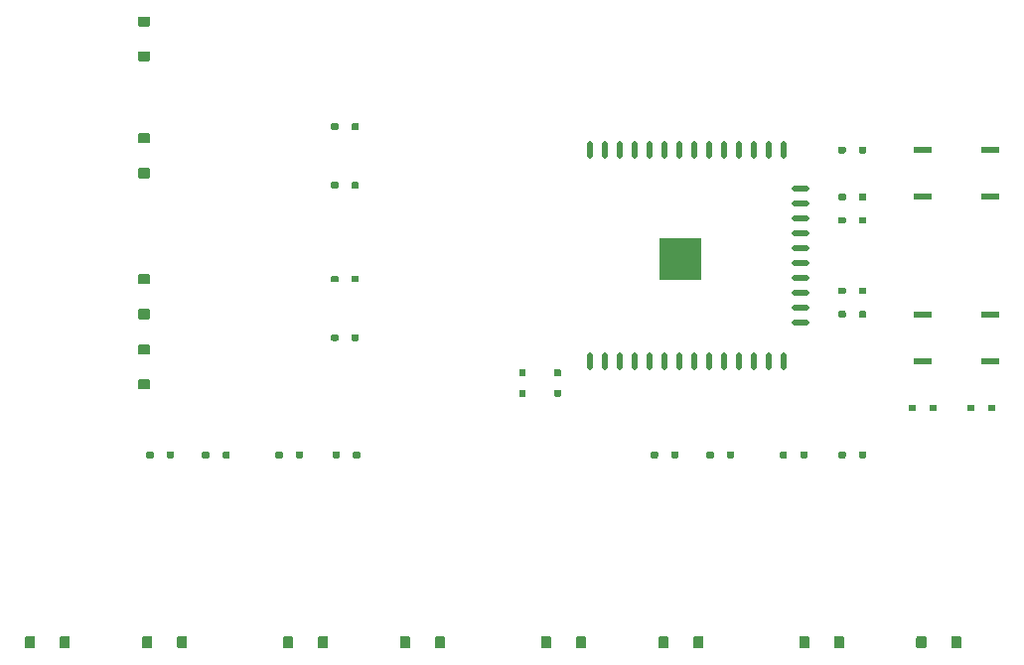
<source format=gtp>
G04 #@! TF.GenerationSoftware,KiCad,Pcbnew,5.0.2-bee76a0~70~ubuntu18.10.1*
G04 #@! TF.CreationDate,2019-05-13T16:40:49+01:00*
G04 #@! TF.ProjectId,alarm-monitor,616c6172-6d2d-46d6-9f6e-69746f722e6b,rev?*
G04 #@! TF.SameCoordinates,Original*
G04 #@! TF.FileFunction,Paste,Top*
G04 #@! TF.FilePolarity,Positive*
%FSLAX46Y46*%
G04 Gerber Fmt 4.6, Leading zero omitted, Abs format (unit mm)*
G04 Created by KiCad (PCBNEW 5.0.2-bee76a0~70~ubuntu18.10.1) date Mon 13 May 2019 16:40:49 BST*
%MOMM*%
%LPD*%
G01*
G04 APERTURE LIST*
%ADD10C,0.100000*%
%ADD11C,0.570000*%
%ADD12C,0.855000*%
%ADD13R,1.650000X0.600000*%
%ADD14O,0.540000X1.500000*%
%ADD15O,1.500000X0.540000*%
%ADD16R,3.600000X3.600000*%
G04 APERTURE END LIST*
D10*
G04 #@! TO.C,C1*
G36*
X128436467Y-112715686D02*
X128450300Y-112717738D01*
X128463866Y-112721136D01*
X128477032Y-112725847D01*
X128489674Y-112731826D01*
X128501669Y-112739016D01*
X128512901Y-112747346D01*
X128523263Y-112756737D01*
X128532654Y-112767099D01*
X128540984Y-112778331D01*
X128548174Y-112790326D01*
X128554153Y-112802968D01*
X128558864Y-112816134D01*
X128562262Y-112829700D01*
X128564314Y-112843533D01*
X128565000Y-112857500D01*
X128565000Y-113142500D01*
X128564314Y-113156467D01*
X128562262Y-113170300D01*
X128558864Y-113183866D01*
X128554153Y-113197032D01*
X128548174Y-113209674D01*
X128540984Y-113221669D01*
X128532654Y-113232901D01*
X128523263Y-113243263D01*
X128512901Y-113252654D01*
X128501669Y-113260984D01*
X128489674Y-113268174D01*
X128477032Y-113274153D01*
X128463866Y-113278864D01*
X128450300Y-113282262D01*
X128436467Y-113284314D01*
X128422500Y-113285000D01*
X128077500Y-113285000D01*
X128063533Y-113284314D01*
X128049700Y-113282262D01*
X128036134Y-113278864D01*
X128022968Y-113274153D01*
X128010326Y-113268174D01*
X127998331Y-113260984D01*
X127987099Y-113252654D01*
X127976737Y-113243263D01*
X127967346Y-113232901D01*
X127959016Y-113221669D01*
X127951826Y-113209674D01*
X127945847Y-113197032D01*
X127941136Y-113183866D01*
X127937738Y-113170300D01*
X127935686Y-113156467D01*
X127935000Y-113142500D01*
X127935000Y-112857500D01*
X127935686Y-112843533D01*
X127937738Y-112829700D01*
X127941136Y-112816134D01*
X127945847Y-112802968D01*
X127951826Y-112790326D01*
X127959016Y-112778331D01*
X127967346Y-112767099D01*
X127976737Y-112756737D01*
X127987099Y-112747346D01*
X127998331Y-112739016D01*
X128010326Y-112731826D01*
X128022968Y-112725847D01*
X128036134Y-112721136D01*
X128049700Y-112717738D01*
X128063533Y-112715686D01*
X128077500Y-112715000D01*
X128422500Y-112715000D01*
X128436467Y-112715686D01*
X128436467Y-112715686D01*
G37*
D11*
X128250000Y-113000000D03*
D10*
G36*
X130186467Y-112715686D02*
X130200300Y-112717738D01*
X130213866Y-112721136D01*
X130227032Y-112725847D01*
X130239674Y-112731826D01*
X130251669Y-112739016D01*
X130262901Y-112747346D01*
X130273263Y-112756737D01*
X130282654Y-112767099D01*
X130290984Y-112778331D01*
X130298174Y-112790326D01*
X130304153Y-112802968D01*
X130308864Y-112816134D01*
X130312262Y-112829700D01*
X130314314Y-112843533D01*
X130315000Y-112857500D01*
X130315000Y-113142500D01*
X130314314Y-113156467D01*
X130312262Y-113170300D01*
X130308864Y-113183866D01*
X130304153Y-113197032D01*
X130298174Y-113209674D01*
X130290984Y-113221669D01*
X130282654Y-113232901D01*
X130273263Y-113243263D01*
X130262901Y-113252654D01*
X130251669Y-113260984D01*
X130239674Y-113268174D01*
X130227032Y-113274153D01*
X130213866Y-113278864D01*
X130200300Y-113282262D01*
X130186467Y-113284314D01*
X130172500Y-113285000D01*
X129827500Y-113285000D01*
X129813533Y-113284314D01*
X129799700Y-113282262D01*
X129786134Y-113278864D01*
X129772968Y-113274153D01*
X129760326Y-113268174D01*
X129748331Y-113260984D01*
X129737099Y-113252654D01*
X129726737Y-113243263D01*
X129717346Y-113232901D01*
X129709016Y-113221669D01*
X129701826Y-113209674D01*
X129695847Y-113197032D01*
X129691136Y-113183866D01*
X129687738Y-113170300D01*
X129685686Y-113156467D01*
X129685000Y-113142500D01*
X129685000Y-112857500D01*
X129685686Y-112843533D01*
X129687738Y-112829700D01*
X129691136Y-112816134D01*
X129695847Y-112802968D01*
X129701826Y-112790326D01*
X129709016Y-112778331D01*
X129717346Y-112767099D01*
X129726737Y-112756737D01*
X129737099Y-112747346D01*
X129748331Y-112739016D01*
X129760326Y-112731826D01*
X129772968Y-112725847D01*
X129786134Y-112721136D01*
X129799700Y-112717738D01*
X129813533Y-112715686D01*
X129827500Y-112715000D01*
X130172500Y-112715000D01*
X130186467Y-112715686D01*
X130186467Y-112715686D01*
G37*
D11*
X130000000Y-113000000D03*
G04 #@! TD*
D10*
G04 #@! TO.C,C2*
G36*
X93156467Y-111435686D02*
X93170300Y-111437738D01*
X93183866Y-111441136D01*
X93197032Y-111445847D01*
X93209674Y-111451826D01*
X93221669Y-111459016D01*
X93232901Y-111467346D01*
X93243263Y-111476737D01*
X93252654Y-111487099D01*
X93260984Y-111498331D01*
X93268174Y-111510326D01*
X93274153Y-111522968D01*
X93278864Y-111536134D01*
X93282262Y-111549700D01*
X93284314Y-111563533D01*
X93285000Y-111577500D01*
X93285000Y-111922500D01*
X93284314Y-111936467D01*
X93282262Y-111950300D01*
X93278864Y-111963866D01*
X93274153Y-111977032D01*
X93268174Y-111989674D01*
X93260984Y-112001669D01*
X93252654Y-112012901D01*
X93243263Y-112023263D01*
X93232901Y-112032654D01*
X93221669Y-112040984D01*
X93209674Y-112048174D01*
X93197032Y-112054153D01*
X93183866Y-112058864D01*
X93170300Y-112062262D01*
X93156467Y-112064314D01*
X93142500Y-112065000D01*
X92857500Y-112065000D01*
X92843533Y-112064314D01*
X92829700Y-112062262D01*
X92816134Y-112058864D01*
X92802968Y-112054153D01*
X92790326Y-112048174D01*
X92778331Y-112040984D01*
X92767099Y-112032654D01*
X92756737Y-112023263D01*
X92747346Y-112012901D01*
X92739016Y-112001669D01*
X92731826Y-111989674D01*
X92725847Y-111977032D01*
X92721136Y-111963866D01*
X92717738Y-111950300D01*
X92715686Y-111936467D01*
X92715000Y-111922500D01*
X92715000Y-111577500D01*
X92715686Y-111563533D01*
X92717738Y-111549700D01*
X92721136Y-111536134D01*
X92725847Y-111522968D01*
X92731826Y-111510326D01*
X92739016Y-111498331D01*
X92747346Y-111487099D01*
X92756737Y-111476737D01*
X92767099Y-111467346D01*
X92778331Y-111459016D01*
X92790326Y-111451826D01*
X92802968Y-111445847D01*
X92816134Y-111441136D01*
X92829700Y-111437738D01*
X92843533Y-111435686D01*
X92857500Y-111435000D01*
X93142500Y-111435000D01*
X93156467Y-111435686D01*
X93156467Y-111435686D01*
G37*
D11*
X93000000Y-111750000D03*
D10*
G36*
X93156467Y-109685686D02*
X93170300Y-109687738D01*
X93183866Y-109691136D01*
X93197032Y-109695847D01*
X93209674Y-109701826D01*
X93221669Y-109709016D01*
X93232901Y-109717346D01*
X93243263Y-109726737D01*
X93252654Y-109737099D01*
X93260984Y-109748331D01*
X93268174Y-109760326D01*
X93274153Y-109772968D01*
X93278864Y-109786134D01*
X93282262Y-109799700D01*
X93284314Y-109813533D01*
X93285000Y-109827500D01*
X93285000Y-110172500D01*
X93284314Y-110186467D01*
X93282262Y-110200300D01*
X93278864Y-110213866D01*
X93274153Y-110227032D01*
X93268174Y-110239674D01*
X93260984Y-110251669D01*
X93252654Y-110262901D01*
X93243263Y-110273263D01*
X93232901Y-110282654D01*
X93221669Y-110290984D01*
X93209674Y-110298174D01*
X93197032Y-110304153D01*
X93183866Y-110308864D01*
X93170300Y-110312262D01*
X93156467Y-110314314D01*
X93142500Y-110315000D01*
X92857500Y-110315000D01*
X92843533Y-110314314D01*
X92829700Y-110312262D01*
X92816134Y-110308864D01*
X92802968Y-110304153D01*
X92790326Y-110298174D01*
X92778331Y-110290984D01*
X92767099Y-110282654D01*
X92756737Y-110273263D01*
X92747346Y-110262901D01*
X92739016Y-110251669D01*
X92731826Y-110239674D01*
X92725847Y-110227032D01*
X92721136Y-110213866D01*
X92717738Y-110200300D01*
X92715686Y-110186467D01*
X92715000Y-110172500D01*
X92715000Y-109827500D01*
X92715686Y-109813533D01*
X92717738Y-109799700D01*
X92721136Y-109786134D01*
X92725847Y-109772968D01*
X92731826Y-109760326D01*
X92739016Y-109748331D01*
X92747346Y-109737099D01*
X92756737Y-109726737D01*
X92767099Y-109717346D01*
X92778331Y-109709016D01*
X92790326Y-109701826D01*
X92802968Y-109695847D01*
X92816134Y-109691136D01*
X92829700Y-109687738D01*
X92843533Y-109685686D01*
X92857500Y-109685000D01*
X93142500Y-109685000D01*
X93156467Y-109685686D01*
X93156467Y-109685686D01*
G37*
D11*
X93000000Y-110000000D03*
G04 #@! TD*
D10*
G04 #@! TO.C,C3*
G36*
X90156467Y-109685686D02*
X90170300Y-109687738D01*
X90183866Y-109691136D01*
X90197032Y-109695847D01*
X90209674Y-109701826D01*
X90221669Y-109709016D01*
X90232901Y-109717346D01*
X90243263Y-109726737D01*
X90252654Y-109737099D01*
X90260984Y-109748331D01*
X90268174Y-109760326D01*
X90274153Y-109772968D01*
X90278864Y-109786134D01*
X90282262Y-109799700D01*
X90284314Y-109813533D01*
X90285000Y-109827500D01*
X90285000Y-110172500D01*
X90284314Y-110186467D01*
X90282262Y-110200300D01*
X90278864Y-110213866D01*
X90274153Y-110227032D01*
X90268174Y-110239674D01*
X90260984Y-110251669D01*
X90252654Y-110262901D01*
X90243263Y-110273263D01*
X90232901Y-110282654D01*
X90221669Y-110290984D01*
X90209674Y-110298174D01*
X90197032Y-110304153D01*
X90183866Y-110308864D01*
X90170300Y-110312262D01*
X90156467Y-110314314D01*
X90142500Y-110315000D01*
X89857500Y-110315000D01*
X89843533Y-110314314D01*
X89829700Y-110312262D01*
X89816134Y-110308864D01*
X89802968Y-110304153D01*
X89790326Y-110298174D01*
X89778331Y-110290984D01*
X89767099Y-110282654D01*
X89756737Y-110273263D01*
X89747346Y-110262901D01*
X89739016Y-110251669D01*
X89731826Y-110239674D01*
X89725847Y-110227032D01*
X89721136Y-110213866D01*
X89717738Y-110200300D01*
X89715686Y-110186467D01*
X89715000Y-110172500D01*
X89715000Y-109827500D01*
X89715686Y-109813533D01*
X89717738Y-109799700D01*
X89721136Y-109786134D01*
X89725847Y-109772968D01*
X89731826Y-109760326D01*
X89739016Y-109748331D01*
X89747346Y-109737099D01*
X89756737Y-109726737D01*
X89767099Y-109717346D01*
X89778331Y-109709016D01*
X89790326Y-109701826D01*
X89802968Y-109695847D01*
X89816134Y-109691136D01*
X89829700Y-109687738D01*
X89843533Y-109685686D01*
X89857500Y-109685000D01*
X90142500Y-109685000D01*
X90156467Y-109685686D01*
X90156467Y-109685686D01*
G37*
D11*
X90000000Y-110000000D03*
D10*
G36*
X90156467Y-111435686D02*
X90170300Y-111437738D01*
X90183866Y-111441136D01*
X90197032Y-111445847D01*
X90209674Y-111451826D01*
X90221669Y-111459016D01*
X90232901Y-111467346D01*
X90243263Y-111476737D01*
X90252654Y-111487099D01*
X90260984Y-111498331D01*
X90268174Y-111510326D01*
X90274153Y-111522968D01*
X90278864Y-111536134D01*
X90282262Y-111549700D01*
X90284314Y-111563533D01*
X90285000Y-111577500D01*
X90285000Y-111922500D01*
X90284314Y-111936467D01*
X90282262Y-111950300D01*
X90278864Y-111963866D01*
X90274153Y-111977032D01*
X90268174Y-111989674D01*
X90260984Y-112001669D01*
X90252654Y-112012901D01*
X90243263Y-112023263D01*
X90232901Y-112032654D01*
X90221669Y-112040984D01*
X90209674Y-112048174D01*
X90197032Y-112054153D01*
X90183866Y-112058864D01*
X90170300Y-112062262D01*
X90156467Y-112064314D01*
X90142500Y-112065000D01*
X89857500Y-112065000D01*
X89843533Y-112064314D01*
X89829700Y-112062262D01*
X89816134Y-112058864D01*
X89802968Y-112054153D01*
X89790326Y-112048174D01*
X89778331Y-112040984D01*
X89767099Y-112032654D01*
X89756737Y-112023263D01*
X89747346Y-112012901D01*
X89739016Y-112001669D01*
X89731826Y-111989674D01*
X89725847Y-111977032D01*
X89721136Y-111963866D01*
X89717738Y-111950300D01*
X89715686Y-111936467D01*
X89715000Y-111922500D01*
X89715000Y-111577500D01*
X89715686Y-111563533D01*
X89717738Y-111549700D01*
X89721136Y-111536134D01*
X89725847Y-111522968D01*
X89731826Y-111510326D01*
X89739016Y-111498331D01*
X89747346Y-111487099D01*
X89756737Y-111476737D01*
X89767099Y-111467346D01*
X89778331Y-111459016D01*
X89790326Y-111451826D01*
X89802968Y-111445847D01*
X89816134Y-111441136D01*
X89829700Y-111437738D01*
X89843533Y-111435686D01*
X89857500Y-111435000D01*
X90142500Y-111435000D01*
X90156467Y-111435686D01*
X90156467Y-111435686D01*
G37*
D11*
X90000000Y-111750000D03*
G04 #@! TD*
D10*
G04 #@! TO.C,D1*
G36*
X119186467Y-104715686D02*
X119200300Y-104717738D01*
X119213866Y-104721136D01*
X119227032Y-104725847D01*
X119239674Y-104731826D01*
X119251669Y-104739016D01*
X119262901Y-104747346D01*
X119273263Y-104756737D01*
X119282654Y-104767099D01*
X119290984Y-104778331D01*
X119298174Y-104790326D01*
X119304153Y-104802968D01*
X119308864Y-104816134D01*
X119312262Y-104829700D01*
X119314314Y-104843533D01*
X119315000Y-104857500D01*
X119315000Y-105142500D01*
X119314314Y-105156467D01*
X119312262Y-105170300D01*
X119308864Y-105183866D01*
X119304153Y-105197032D01*
X119298174Y-105209674D01*
X119290984Y-105221669D01*
X119282654Y-105232901D01*
X119273263Y-105243263D01*
X119262901Y-105252654D01*
X119251669Y-105260984D01*
X119239674Y-105268174D01*
X119227032Y-105274153D01*
X119213866Y-105278864D01*
X119200300Y-105282262D01*
X119186467Y-105284314D01*
X119172500Y-105285000D01*
X118827500Y-105285000D01*
X118813533Y-105284314D01*
X118799700Y-105282262D01*
X118786134Y-105278864D01*
X118772968Y-105274153D01*
X118760326Y-105268174D01*
X118748331Y-105260984D01*
X118737099Y-105252654D01*
X118726737Y-105243263D01*
X118717346Y-105232901D01*
X118709016Y-105221669D01*
X118701826Y-105209674D01*
X118695847Y-105197032D01*
X118691136Y-105183866D01*
X118687738Y-105170300D01*
X118685686Y-105156467D01*
X118685000Y-105142500D01*
X118685000Y-104857500D01*
X118685686Y-104843533D01*
X118687738Y-104829700D01*
X118691136Y-104816134D01*
X118695847Y-104802968D01*
X118701826Y-104790326D01*
X118709016Y-104778331D01*
X118717346Y-104767099D01*
X118726737Y-104756737D01*
X118737099Y-104747346D01*
X118748331Y-104739016D01*
X118760326Y-104731826D01*
X118772968Y-104725847D01*
X118786134Y-104721136D01*
X118799700Y-104717738D01*
X118813533Y-104715686D01*
X118827500Y-104715000D01*
X119172500Y-104715000D01*
X119186467Y-104715686D01*
X119186467Y-104715686D01*
G37*
D11*
X119000000Y-105000000D03*
D10*
G36*
X117436467Y-104715686D02*
X117450300Y-104717738D01*
X117463866Y-104721136D01*
X117477032Y-104725847D01*
X117489674Y-104731826D01*
X117501669Y-104739016D01*
X117512901Y-104747346D01*
X117523263Y-104756737D01*
X117532654Y-104767099D01*
X117540984Y-104778331D01*
X117548174Y-104790326D01*
X117554153Y-104802968D01*
X117558864Y-104816134D01*
X117562262Y-104829700D01*
X117564314Y-104843533D01*
X117565000Y-104857500D01*
X117565000Y-105142500D01*
X117564314Y-105156467D01*
X117562262Y-105170300D01*
X117558864Y-105183866D01*
X117554153Y-105197032D01*
X117548174Y-105209674D01*
X117540984Y-105221669D01*
X117532654Y-105232901D01*
X117523263Y-105243263D01*
X117512901Y-105252654D01*
X117501669Y-105260984D01*
X117489674Y-105268174D01*
X117477032Y-105274153D01*
X117463866Y-105278864D01*
X117450300Y-105282262D01*
X117436467Y-105284314D01*
X117422500Y-105285000D01*
X117077500Y-105285000D01*
X117063533Y-105284314D01*
X117049700Y-105282262D01*
X117036134Y-105278864D01*
X117022968Y-105274153D01*
X117010326Y-105268174D01*
X116998331Y-105260984D01*
X116987099Y-105252654D01*
X116976737Y-105243263D01*
X116967346Y-105232901D01*
X116959016Y-105221669D01*
X116951826Y-105209674D01*
X116945847Y-105197032D01*
X116941136Y-105183866D01*
X116937738Y-105170300D01*
X116935686Y-105156467D01*
X116935000Y-105142500D01*
X116935000Y-104857500D01*
X116935686Y-104843533D01*
X116937738Y-104829700D01*
X116941136Y-104816134D01*
X116945847Y-104802968D01*
X116951826Y-104790326D01*
X116959016Y-104778331D01*
X116967346Y-104767099D01*
X116976737Y-104756737D01*
X116987099Y-104747346D01*
X116998331Y-104739016D01*
X117010326Y-104731826D01*
X117022968Y-104725847D01*
X117036134Y-104721136D01*
X117049700Y-104717738D01*
X117063533Y-104715686D01*
X117077500Y-104715000D01*
X117422500Y-104715000D01*
X117436467Y-104715686D01*
X117436467Y-104715686D01*
G37*
D11*
X117250000Y-105000000D03*
G04 #@! TD*
D10*
G04 #@! TO.C,D2*
G36*
X117436467Y-94715686D02*
X117450300Y-94717738D01*
X117463866Y-94721136D01*
X117477032Y-94725847D01*
X117489674Y-94731826D01*
X117501669Y-94739016D01*
X117512901Y-94747346D01*
X117523263Y-94756737D01*
X117532654Y-94767099D01*
X117540984Y-94778331D01*
X117548174Y-94790326D01*
X117554153Y-94802968D01*
X117558864Y-94816134D01*
X117562262Y-94829700D01*
X117564314Y-94843533D01*
X117565000Y-94857500D01*
X117565000Y-95142500D01*
X117564314Y-95156467D01*
X117562262Y-95170300D01*
X117558864Y-95183866D01*
X117554153Y-95197032D01*
X117548174Y-95209674D01*
X117540984Y-95221669D01*
X117532654Y-95232901D01*
X117523263Y-95243263D01*
X117512901Y-95252654D01*
X117501669Y-95260984D01*
X117489674Y-95268174D01*
X117477032Y-95274153D01*
X117463866Y-95278864D01*
X117450300Y-95282262D01*
X117436467Y-95284314D01*
X117422500Y-95285000D01*
X117077500Y-95285000D01*
X117063533Y-95284314D01*
X117049700Y-95282262D01*
X117036134Y-95278864D01*
X117022968Y-95274153D01*
X117010326Y-95268174D01*
X116998331Y-95260984D01*
X116987099Y-95252654D01*
X116976737Y-95243263D01*
X116967346Y-95232901D01*
X116959016Y-95221669D01*
X116951826Y-95209674D01*
X116945847Y-95197032D01*
X116941136Y-95183866D01*
X116937738Y-95170300D01*
X116935686Y-95156467D01*
X116935000Y-95142500D01*
X116935000Y-94857500D01*
X116935686Y-94843533D01*
X116937738Y-94829700D01*
X116941136Y-94816134D01*
X116945847Y-94802968D01*
X116951826Y-94790326D01*
X116959016Y-94778331D01*
X116967346Y-94767099D01*
X116976737Y-94756737D01*
X116987099Y-94747346D01*
X116998331Y-94739016D01*
X117010326Y-94731826D01*
X117022968Y-94725847D01*
X117036134Y-94721136D01*
X117049700Y-94717738D01*
X117063533Y-94715686D01*
X117077500Y-94715000D01*
X117422500Y-94715000D01*
X117436467Y-94715686D01*
X117436467Y-94715686D01*
G37*
D11*
X117250000Y-95000000D03*
D10*
G36*
X119186467Y-94715686D02*
X119200300Y-94717738D01*
X119213866Y-94721136D01*
X119227032Y-94725847D01*
X119239674Y-94731826D01*
X119251669Y-94739016D01*
X119262901Y-94747346D01*
X119273263Y-94756737D01*
X119282654Y-94767099D01*
X119290984Y-94778331D01*
X119298174Y-94790326D01*
X119304153Y-94802968D01*
X119308864Y-94816134D01*
X119312262Y-94829700D01*
X119314314Y-94843533D01*
X119315000Y-94857500D01*
X119315000Y-95142500D01*
X119314314Y-95156467D01*
X119312262Y-95170300D01*
X119308864Y-95183866D01*
X119304153Y-95197032D01*
X119298174Y-95209674D01*
X119290984Y-95221669D01*
X119282654Y-95232901D01*
X119273263Y-95243263D01*
X119262901Y-95252654D01*
X119251669Y-95260984D01*
X119239674Y-95268174D01*
X119227032Y-95274153D01*
X119213866Y-95278864D01*
X119200300Y-95282262D01*
X119186467Y-95284314D01*
X119172500Y-95285000D01*
X118827500Y-95285000D01*
X118813533Y-95284314D01*
X118799700Y-95282262D01*
X118786134Y-95278864D01*
X118772968Y-95274153D01*
X118760326Y-95268174D01*
X118748331Y-95260984D01*
X118737099Y-95252654D01*
X118726737Y-95243263D01*
X118717346Y-95232901D01*
X118709016Y-95221669D01*
X118701826Y-95209674D01*
X118695847Y-95197032D01*
X118691136Y-95183866D01*
X118687738Y-95170300D01*
X118685686Y-95156467D01*
X118685000Y-95142500D01*
X118685000Y-94857500D01*
X118685686Y-94843533D01*
X118687738Y-94829700D01*
X118691136Y-94816134D01*
X118695847Y-94802968D01*
X118701826Y-94790326D01*
X118709016Y-94778331D01*
X118717346Y-94767099D01*
X118726737Y-94756737D01*
X118737099Y-94747346D01*
X118748331Y-94739016D01*
X118760326Y-94731826D01*
X118772968Y-94725847D01*
X118786134Y-94721136D01*
X118799700Y-94717738D01*
X118813533Y-94715686D01*
X118827500Y-94715000D01*
X119172500Y-94715000D01*
X119186467Y-94715686D01*
X119186467Y-94715686D01*
G37*
D11*
X119000000Y-95000000D03*
G04 #@! TD*
D10*
G04 #@! TO.C,R1*
G36*
X48317203Y-132475722D02*
X48331764Y-132477882D01*
X48346043Y-132481459D01*
X48359903Y-132486418D01*
X48373210Y-132492712D01*
X48385836Y-132500280D01*
X48397659Y-132509048D01*
X48408566Y-132518934D01*
X48418452Y-132529841D01*
X48427220Y-132541664D01*
X48434788Y-132554290D01*
X48441082Y-132567597D01*
X48446041Y-132581457D01*
X48449618Y-132595736D01*
X48451778Y-132610297D01*
X48452500Y-132625000D01*
X48452500Y-133375000D01*
X48451778Y-133389703D01*
X48449618Y-133404264D01*
X48446041Y-133418543D01*
X48441082Y-133432403D01*
X48434788Y-133445710D01*
X48427220Y-133458336D01*
X48418452Y-133470159D01*
X48408566Y-133481066D01*
X48397659Y-133490952D01*
X48385836Y-133499720D01*
X48373210Y-133507288D01*
X48359903Y-133513582D01*
X48346043Y-133518541D01*
X48331764Y-133522118D01*
X48317203Y-133524278D01*
X48302500Y-133525000D01*
X47747500Y-133525000D01*
X47732797Y-133524278D01*
X47718236Y-133522118D01*
X47703957Y-133518541D01*
X47690097Y-133513582D01*
X47676790Y-133507288D01*
X47664164Y-133499720D01*
X47652341Y-133490952D01*
X47641434Y-133481066D01*
X47631548Y-133470159D01*
X47622780Y-133458336D01*
X47615212Y-133445710D01*
X47608918Y-133432403D01*
X47603959Y-133418543D01*
X47600382Y-133404264D01*
X47598222Y-133389703D01*
X47597500Y-133375000D01*
X47597500Y-132625000D01*
X47598222Y-132610297D01*
X47600382Y-132595736D01*
X47603959Y-132581457D01*
X47608918Y-132567597D01*
X47615212Y-132554290D01*
X47622780Y-132541664D01*
X47631548Y-132529841D01*
X47641434Y-132518934D01*
X47652341Y-132509048D01*
X47664164Y-132500280D01*
X47676790Y-132492712D01*
X47690097Y-132486418D01*
X47703957Y-132481459D01*
X47718236Y-132477882D01*
X47732797Y-132475722D01*
X47747500Y-132475000D01*
X48302500Y-132475000D01*
X48317203Y-132475722D01*
X48317203Y-132475722D01*
G37*
D12*
X48025000Y-133000000D03*
D10*
G36*
X51292203Y-132475722D02*
X51306764Y-132477882D01*
X51321043Y-132481459D01*
X51334903Y-132486418D01*
X51348210Y-132492712D01*
X51360836Y-132500280D01*
X51372659Y-132509048D01*
X51383566Y-132518934D01*
X51393452Y-132529841D01*
X51402220Y-132541664D01*
X51409788Y-132554290D01*
X51416082Y-132567597D01*
X51421041Y-132581457D01*
X51424618Y-132595736D01*
X51426778Y-132610297D01*
X51427500Y-132625000D01*
X51427500Y-133375000D01*
X51426778Y-133389703D01*
X51424618Y-133404264D01*
X51421041Y-133418543D01*
X51416082Y-133432403D01*
X51409788Y-133445710D01*
X51402220Y-133458336D01*
X51393452Y-133470159D01*
X51383566Y-133481066D01*
X51372659Y-133490952D01*
X51360836Y-133499720D01*
X51348210Y-133507288D01*
X51334903Y-133513582D01*
X51321043Y-133518541D01*
X51306764Y-133522118D01*
X51292203Y-133524278D01*
X51277500Y-133525000D01*
X50722500Y-133525000D01*
X50707797Y-133524278D01*
X50693236Y-133522118D01*
X50678957Y-133518541D01*
X50665097Y-133513582D01*
X50651790Y-133507288D01*
X50639164Y-133499720D01*
X50627341Y-133490952D01*
X50616434Y-133481066D01*
X50606548Y-133470159D01*
X50597780Y-133458336D01*
X50590212Y-133445710D01*
X50583918Y-133432403D01*
X50578959Y-133418543D01*
X50575382Y-133404264D01*
X50573222Y-133389703D01*
X50572500Y-133375000D01*
X50572500Y-132625000D01*
X50573222Y-132610297D01*
X50575382Y-132595736D01*
X50578959Y-132581457D01*
X50583918Y-132567597D01*
X50590212Y-132554290D01*
X50597780Y-132541664D01*
X50606548Y-132529841D01*
X50616434Y-132518934D01*
X50627341Y-132509048D01*
X50639164Y-132500280D01*
X50651790Y-132492712D01*
X50665097Y-132486418D01*
X50678957Y-132481459D01*
X50693236Y-132477882D01*
X50707797Y-132475722D01*
X50722500Y-132475000D01*
X51277500Y-132475000D01*
X51292203Y-132475722D01*
X51292203Y-132475722D01*
G37*
D12*
X51000000Y-133000000D03*
G04 #@! TD*
D10*
G04 #@! TO.C,R2*
G36*
X61292203Y-132475722D02*
X61306764Y-132477882D01*
X61321043Y-132481459D01*
X61334903Y-132486418D01*
X61348210Y-132492712D01*
X61360836Y-132500280D01*
X61372659Y-132509048D01*
X61383566Y-132518934D01*
X61393452Y-132529841D01*
X61402220Y-132541664D01*
X61409788Y-132554290D01*
X61416082Y-132567597D01*
X61421041Y-132581457D01*
X61424618Y-132595736D01*
X61426778Y-132610297D01*
X61427500Y-132625000D01*
X61427500Y-133375000D01*
X61426778Y-133389703D01*
X61424618Y-133404264D01*
X61421041Y-133418543D01*
X61416082Y-133432403D01*
X61409788Y-133445710D01*
X61402220Y-133458336D01*
X61393452Y-133470159D01*
X61383566Y-133481066D01*
X61372659Y-133490952D01*
X61360836Y-133499720D01*
X61348210Y-133507288D01*
X61334903Y-133513582D01*
X61321043Y-133518541D01*
X61306764Y-133522118D01*
X61292203Y-133524278D01*
X61277500Y-133525000D01*
X60722500Y-133525000D01*
X60707797Y-133524278D01*
X60693236Y-133522118D01*
X60678957Y-133518541D01*
X60665097Y-133513582D01*
X60651790Y-133507288D01*
X60639164Y-133499720D01*
X60627341Y-133490952D01*
X60616434Y-133481066D01*
X60606548Y-133470159D01*
X60597780Y-133458336D01*
X60590212Y-133445710D01*
X60583918Y-133432403D01*
X60578959Y-133418543D01*
X60575382Y-133404264D01*
X60573222Y-133389703D01*
X60572500Y-133375000D01*
X60572500Y-132625000D01*
X60573222Y-132610297D01*
X60575382Y-132595736D01*
X60578959Y-132581457D01*
X60583918Y-132567597D01*
X60590212Y-132554290D01*
X60597780Y-132541664D01*
X60606548Y-132529841D01*
X60616434Y-132518934D01*
X60627341Y-132509048D01*
X60639164Y-132500280D01*
X60651790Y-132492712D01*
X60665097Y-132486418D01*
X60678957Y-132481459D01*
X60693236Y-132477882D01*
X60707797Y-132475722D01*
X60722500Y-132475000D01*
X61277500Y-132475000D01*
X61292203Y-132475722D01*
X61292203Y-132475722D01*
G37*
D12*
X61000000Y-133000000D03*
D10*
G36*
X58317203Y-132475722D02*
X58331764Y-132477882D01*
X58346043Y-132481459D01*
X58359903Y-132486418D01*
X58373210Y-132492712D01*
X58385836Y-132500280D01*
X58397659Y-132509048D01*
X58408566Y-132518934D01*
X58418452Y-132529841D01*
X58427220Y-132541664D01*
X58434788Y-132554290D01*
X58441082Y-132567597D01*
X58446041Y-132581457D01*
X58449618Y-132595736D01*
X58451778Y-132610297D01*
X58452500Y-132625000D01*
X58452500Y-133375000D01*
X58451778Y-133389703D01*
X58449618Y-133404264D01*
X58446041Y-133418543D01*
X58441082Y-133432403D01*
X58434788Y-133445710D01*
X58427220Y-133458336D01*
X58418452Y-133470159D01*
X58408566Y-133481066D01*
X58397659Y-133490952D01*
X58385836Y-133499720D01*
X58373210Y-133507288D01*
X58359903Y-133513582D01*
X58346043Y-133518541D01*
X58331764Y-133522118D01*
X58317203Y-133524278D01*
X58302500Y-133525000D01*
X57747500Y-133525000D01*
X57732797Y-133524278D01*
X57718236Y-133522118D01*
X57703957Y-133518541D01*
X57690097Y-133513582D01*
X57676790Y-133507288D01*
X57664164Y-133499720D01*
X57652341Y-133490952D01*
X57641434Y-133481066D01*
X57631548Y-133470159D01*
X57622780Y-133458336D01*
X57615212Y-133445710D01*
X57608918Y-133432403D01*
X57603959Y-133418543D01*
X57600382Y-133404264D01*
X57598222Y-133389703D01*
X57597500Y-133375000D01*
X57597500Y-132625000D01*
X57598222Y-132610297D01*
X57600382Y-132595736D01*
X57603959Y-132581457D01*
X57608918Y-132567597D01*
X57615212Y-132554290D01*
X57622780Y-132541664D01*
X57631548Y-132529841D01*
X57641434Y-132518934D01*
X57652341Y-132509048D01*
X57664164Y-132500280D01*
X57676790Y-132492712D01*
X57690097Y-132486418D01*
X57703957Y-132481459D01*
X57718236Y-132477882D01*
X57732797Y-132475722D01*
X57747500Y-132475000D01*
X58302500Y-132475000D01*
X58317203Y-132475722D01*
X58317203Y-132475722D01*
G37*
D12*
X58025000Y-133000000D03*
G04 #@! TD*
D10*
G04 #@! TO.C,R3*
G36*
X70317203Y-132475722D02*
X70331764Y-132477882D01*
X70346043Y-132481459D01*
X70359903Y-132486418D01*
X70373210Y-132492712D01*
X70385836Y-132500280D01*
X70397659Y-132509048D01*
X70408566Y-132518934D01*
X70418452Y-132529841D01*
X70427220Y-132541664D01*
X70434788Y-132554290D01*
X70441082Y-132567597D01*
X70446041Y-132581457D01*
X70449618Y-132595736D01*
X70451778Y-132610297D01*
X70452500Y-132625000D01*
X70452500Y-133375000D01*
X70451778Y-133389703D01*
X70449618Y-133404264D01*
X70446041Y-133418543D01*
X70441082Y-133432403D01*
X70434788Y-133445710D01*
X70427220Y-133458336D01*
X70418452Y-133470159D01*
X70408566Y-133481066D01*
X70397659Y-133490952D01*
X70385836Y-133499720D01*
X70373210Y-133507288D01*
X70359903Y-133513582D01*
X70346043Y-133518541D01*
X70331764Y-133522118D01*
X70317203Y-133524278D01*
X70302500Y-133525000D01*
X69747500Y-133525000D01*
X69732797Y-133524278D01*
X69718236Y-133522118D01*
X69703957Y-133518541D01*
X69690097Y-133513582D01*
X69676790Y-133507288D01*
X69664164Y-133499720D01*
X69652341Y-133490952D01*
X69641434Y-133481066D01*
X69631548Y-133470159D01*
X69622780Y-133458336D01*
X69615212Y-133445710D01*
X69608918Y-133432403D01*
X69603959Y-133418543D01*
X69600382Y-133404264D01*
X69598222Y-133389703D01*
X69597500Y-133375000D01*
X69597500Y-132625000D01*
X69598222Y-132610297D01*
X69600382Y-132595736D01*
X69603959Y-132581457D01*
X69608918Y-132567597D01*
X69615212Y-132554290D01*
X69622780Y-132541664D01*
X69631548Y-132529841D01*
X69641434Y-132518934D01*
X69652341Y-132509048D01*
X69664164Y-132500280D01*
X69676790Y-132492712D01*
X69690097Y-132486418D01*
X69703957Y-132481459D01*
X69718236Y-132477882D01*
X69732797Y-132475722D01*
X69747500Y-132475000D01*
X70302500Y-132475000D01*
X70317203Y-132475722D01*
X70317203Y-132475722D01*
G37*
D12*
X70025000Y-133000000D03*
D10*
G36*
X73292203Y-132475722D02*
X73306764Y-132477882D01*
X73321043Y-132481459D01*
X73334903Y-132486418D01*
X73348210Y-132492712D01*
X73360836Y-132500280D01*
X73372659Y-132509048D01*
X73383566Y-132518934D01*
X73393452Y-132529841D01*
X73402220Y-132541664D01*
X73409788Y-132554290D01*
X73416082Y-132567597D01*
X73421041Y-132581457D01*
X73424618Y-132595736D01*
X73426778Y-132610297D01*
X73427500Y-132625000D01*
X73427500Y-133375000D01*
X73426778Y-133389703D01*
X73424618Y-133404264D01*
X73421041Y-133418543D01*
X73416082Y-133432403D01*
X73409788Y-133445710D01*
X73402220Y-133458336D01*
X73393452Y-133470159D01*
X73383566Y-133481066D01*
X73372659Y-133490952D01*
X73360836Y-133499720D01*
X73348210Y-133507288D01*
X73334903Y-133513582D01*
X73321043Y-133518541D01*
X73306764Y-133522118D01*
X73292203Y-133524278D01*
X73277500Y-133525000D01*
X72722500Y-133525000D01*
X72707797Y-133524278D01*
X72693236Y-133522118D01*
X72678957Y-133518541D01*
X72665097Y-133513582D01*
X72651790Y-133507288D01*
X72639164Y-133499720D01*
X72627341Y-133490952D01*
X72616434Y-133481066D01*
X72606548Y-133470159D01*
X72597780Y-133458336D01*
X72590212Y-133445710D01*
X72583918Y-133432403D01*
X72578959Y-133418543D01*
X72575382Y-133404264D01*
X72573222Y-133389703D01*
X72572500Y-133375000D01*
X72572500Y-132625000D01*
X72573222Y-132610297D01*
X72575382Y-132595736D01*
X72578959Y-132581457D01*
X72583918Y-132567597D01*
X72590212Y-132554290D01*
X72597780Y-132541664D01*
X72606548Y-132529841D01*
X72616434Y-132518934D01*
X72627341Y-132509048D01*
X72639164Y-132500280D01*
X72651790Y-132492712D01*
X72665097Y-132486418D01*
X72678957Y-132481459D01*
X72693236Y-132477882D01*
X72707797Y-132475722D01*
X72722500Y-132475000D01*
X73277500Y-132475000D01*
X73292203Y-132475722D01*
X73292203Y-132475722D01*
G37*
D12*
X73000000Y-133000000D03*
G04 #@! TD*
D10*
G04 #@! TO.C,R4*
G36*
X83267203Y-132475722D02*
X83281764Y-132477882D01*
X83296043Y-132481459D01*
X83309903Y-132486418D01*
X83323210Y-132492712D01*
X83335836Y-132500280D01*
X83347659Y-132509048D01*
X83358566Y-132518934D01*
X83368452Y-132529841D01*
X83377220Y-132541664D01*
X83384788Y-132554290D01*
X83391082Y-132567597D01*
X83396041Y-132581457D01*
X83399618Y-132595736D01*
X83401778Y-132610297D01*
X83402500Y-132625000D01*
X83402500Y-133375000D01*
X83401778Y-133389703D01*
X83399618Y-133404264D01*
X83396041Y-133418543D01*
X83391082Y-133432403D01*
X83384788Y-133445710D01*
X83377220Y-133458336D01*
X83368452Y-133470159D01*
X83358566Y-133481066D01*
X83347659Y-133490952D01*
X83335836Y-133499720D01*
X83323210Y-133507288D01*
X83309903Y-133513582D01*
X83296043Y-133518541D01*
X83281764Y-133522118D01*
X83267203Y-133524278D01*
X83252500Y-133525000D01*
X82697500Y-133525000D01*
X82682797Y-133524278D01*
X82668236Y-133522118D01*
X82653957Y-133518541D01*
X82640097Y-133513582D01*
X82626790Y-133507288D01*
X82614164Y-133499720D01*
X82602341Y-133490952D01*
X82591434Y-133481066D01*
X82581548Y-133470159D01*
X82572780Y-133458336D01*
X82565212Y-133445710D01*
X82558918Y-133432403D01*
X82553959Y-133418543D01*
X82550382Y-133404264D01*
X82548222Y-133389703D01*
X82547500Y-133375000D01*
X82547500Y-132625000D01*
X82548222Y-132610297D01*
X82550382Y-132595736D01*
X82553959Y-132581457D01*
X82558918Y-132567597D01*
X82565212Y-132554290D01*
X82572780Y-132541664D01*
X82581548Y-132529841D01*
X82591434Y-132518934D01*
X82602341Y-132509048D01*
X82614164Y-132500280D01*
X82626790Y-132492712D01*
X82640097Y-132486418D01*
X82653957Y-132481459D01*
X82668236Y-132477882D01*
X82682797Y-132475722D01*
X82697500Y-132475000D01*
X83252500Y-132475000D01*
X83267203Y-132475722D01*
X83267203Y-132475722D01*
G37*
D12*
X82975000Y-133000000D03*
D10*
G36*
X80292203Y-132475722D02*
X80306764Y-132477882D01*
X80321043Y-132481459D01*
X80334903Y-132486418D01*
X80348210Y-132492712D01*
X80360836Y-132500280D01*
X80372659Y-132509048D01*
X80383566Y-132518934D01*
X80393452Y-132529841D01*
X80402220Y-132541664D01*
X80409788Y-132554290D01*
X80416082Y-132567597D01*
X80421041Y-132581457D01*
X80424618Y-132595736D01*
X80426778Y-132610297D01*
X80427500Y-132625000D01*
X80427500Y-133375000D01*
X80426778Y-133389703D01*
X80424618Y-133404264D01*
X80421041Y-133418543D01*
X80416082Y-133432403D01*
X80409788Y-133445710D01*
X80402220Y-133458336D01*
X80393452Y-133470159D01*
X80383566Y-133481066D01*
X80372659Y-133490952D01*
X80360836Y-133499720D01*
X80348210Y-133507288D01*
X80334903Y-133513582D01*
X80321043Y-133518541D01*
X80306764Y-133522118D01*
X80292203Y-133524278D01*
X80277500Y-133525000D01*
X79722500Y-133525000D01*
X79707797Y-133524278D01*
X79693236Y-133522118D01*
X79678957Y-133518541D01*
X79665097Y-133513582D01*
X79651790Y-133507288D01*
X79639164Y-133499720D01*
X79627341Y-133490952D01*
X79616434Y-133481066D01*
X79606548Y-133470159D01*
X79597780Y-133458336D01*
X79590212Y-133445710D01*
X79583918Y-133432403D01*
X79578959Y-133418543D01*
X79575382Y-133404264D01*
X79573222Y-133389703D01*
X79572500Y-133375000D01*
X79572500Y-132625000D01*
X79573222Y-132610297D01*
X79575382Y-132595736D01*
X79578959Y-132581457D01*
X79583918Y-132567597D01*
X79590212Y-132554290D01*
X79597780Y-132541664D01*
X79606548Y-132529841D01*
X79616434Y-132518934D01*
X79627341Y-132509048D01*
X79639164Y-132500280D01*
X79651790Y-132492712D01*
X79665097Y-132486418D01*
X79678957Y-132481459D01*
X79693236Y-132477882D01*
X79707797Y-132475722D01*
X79722500Y-132475000D01*
X80277500Y-132475000D01*
X80292203Y-132475722D01*
X80292203Y-132475722D01*
G37*
D12*
X80000000Y-133000000D03*
G04 #@! TD*
D10*
G04 #@! TO.C,R5*
G36*
X92317203Y-132475722D02*
X92331764Y-132477882D01*
X92346043Y-132481459D01*
X92359903Y-132486418D01*
X92373210Y-132492712D01*
X92385836Y-132500280D01*
X92397659Y-132509048D01*
X92408566Y-132518934D01*
X92418452Y-132529841D01*
X92427220Y-132541664D01*
X92434788Y-132554290D01*
X92441082Y-132567597D01*
X92446041Y-132581457D01*
X92449618Y-132595736D01*
X92451778Y-132610297D01*
X92452500Y-132625000D01*
X92452500Y-133375000D01*
X92451778Y-133389703D01*
X92449618Y-133404264D01*
X92446041Y-133418543D01*
X92441082Y-133432403D01*
X92434788Y-133445710D01*
X92427220Y-133458336D01*
X92418452Y-133470159D01*
X92408566Y-133481066D01*
X92397659Y-133490952D01*
X92385836Y-133499720D01*
X92373210Y-133507288D01*
X92359903Y-133513582D01*
X92346043Y-133518541D01*
X92331764Y-133522118D01*
X92317203Y-133524278D01*
X92302500Y-133525000D01*
X91747500Y-133525000D01*
X91732797Y-133524278D01*
X91718236Y-133522118D01*
X91703957Y-133518541D01*
X91690097Y-133513582D01*
X91676790Y-133507288D01*
X91664164Y-133499720D01*
X91652341Y-133490952D01*
X91641434Y-133481066D01*
X91631548Y-133470159D01*
X91622780Y-133458336D01*
X91615212Y-133445710D01*
X91608918Y-133432403D01*
X91603959Y-133418543D01*
X91600382Y-133404264D01*
X91598222Y-133389703D01*
X91597500Y-133375000D01*
X91597500Y-132625000D01*
X91598222Y-132610297D01*
X91600382Y-132595736D01*
X91603959Y-132581457D01*
X91608918Y-132567597D01*
X91615212Y-132554290D01*
X91622780Y-132541664D01*
X91631548Y-132529841D01*
X91641434Y-132518934D01*
X91652341Y-132509048D01*
X91664164Y-132500280D01*
X91676790Y-132492712D01*
X91690097Y-132486418D01*
X91703957Y-132481459D01*
X91718236Y-132477882D01*
X91732797Y-132475722D01*
X91747500Y-132475000D01*
X92302500Y-132475000D01*
X92317203Y-132475722D01*
X92317203Y-132475722D01*
G37*
D12*
X92025000Y-133000000D03*
D10*
G36*
X95292203Y-132475722D02*
X95306764Y-132477882D01*
X95321043Y-132481459D01*
X95334903Y-132486418D01*
X95348210Y-132492712D01*
X95360836Y-132500280D01*
X95372659Y-132509048D01*
X95383566Y-132518934D01*
X95393452Y-132529841D01*
X95402220Y-132541664D01*
X95409788Y-132554290D01*
X95416082Y-132567597D01*
X95421041Y-132581457D01*
X95424618Y-132595736D01*
X95426778Y-132610297D01*
X95427500Y-132625000D01*
X95427500Y-133375000D01*
X95426778Y-133389703D01*
X95424618Y-133404264D01*
X95421041Y-133418543D01*
X95416082Y-133432403D01*
X95409788Y-133445710D01*
X95402220Y-133458336D01*
X95393452Y-133470159D01*
X95383566Y-133481066D01*
X95372659Y-133490952D01*
X95360836Y-133499720D01*
X95348210Y-133507288D01*
X95334903Y-133513582D01*
X95321043Y-133518541D01*
X95306764Y-133522118D01*
X95292203Y-133524278D01*
X95277500Y-133525000D01*
X94722500Y-133525000D01*
X94707797Y-133524278D01*
X94693236Y-133522118D01*
X94678957Y-133518541D01*
X94665097Y-133513582D01*
X94651790Y-133507288D01*
X94639164Y-133499720D01*
X94627341Y-133490952D01*
X94616434Y-133481066D01*
X94606548Y-133470159D01*
X94597780Y-133458336D01*
X94590212Y-133445710D01*
X94583918Y-133432403D01*
X94578959Y-133418543D01*
X94575382Y-133404264D01*
X94573222Y-133389703D01*
X94572500Y-133375000D01*
X94572500Y-132625000D01*
X94573222Y-132610297D01*
X94575382Y-132595736D01*
X94578959Y-132581457D01*
X94583918Y-132567597D01*
X94590212Y-132554290D01*
X94597780Y-132541664D01*
X94606548Y-132529841D01*
X94616434Y-132518934D01*
X94627341Y-132509048D01*
X94639164Y-132500280D01*
X94651790Y-132492712D01*
X94665097Y-132486418D01*
X94678957Y-132481459D01*
X94693236Y-132477882D01*
X94707797Y-132475722D01*
X94722500Y-132475000D01*
X95277500Y-132475000D01*
X95292203Y-132475722D01*
X95292203Y-132475722D01*
G37*
D12*
X95000000Y-133000000D03*
G04 #@! TD*
D10*
G04 #@! TO.C,R6*
G36*
X105292203Y-132475722D02*
X105306764Y-132477882D01*
X105321043Y-132481459D01*
X105334903Y-132486418D01*
X105348210Y-132492712D01*
X105360836Y-132500280D01*
X105372659Y-132509048D01*
X105383566Y-132518934D01*
X105393452Y-132529841D01*
X105402220Y-132541664D01*
X105409788Y-132554290D01*
X105416082Y-132567597D01*
X105421041Y-132581457D01*
X105424618Y-132595736D01*
X105426778Y-132610297D01*
X105427500Y-132625000D01*
X105427500Y-133375000D01*
X105426778Y-133389703D01*
X105424618Y-133404264D01*
X105421041Y-133418543D01*
X105416082Y-133432403D01*
X105409788Y-133445710D01*
X105402220Y-133458336D01*
X105393452Y-133470159D01*
X105383566Y-133481066D01*
X105372659Y-133490952D01*
X105360836Y-133499720D01*
X105348210Y-133507288D01*
X105334903Y-133513582D01*
X105321043Y-133518541D01*
X105306764Y-133522118D01*
X105292203Y-133524278D01*
X105277500Y-133525000D01*
X104722500Y-133525000D01*
X104707797Y-133524278D01*
X104693236Y-133522118D01*
X104678957Y-133518541D01*
X104665097Y-133513582D01*
X104651790Y-133507288D01*
X104639164Y-133499720D01*
X104627341Y-133490952D01*
X104616434Y-133481066D01*
X104606548Y-133470159D01*
X104597780Y-133458336D01*
X104590212Y-133445710D01*
X104583918Y-133432403D01*
X104578959Y-133418543D01*
X104575382Y-133404264D01*
X104573222Y-133389703D01*
X104572500Y-133375000D01*
X104572500Y-132625000D01*
X104573222Y-132610297D01*
X104575382Y-132595736D01*
X104578959Y-132581457D01*
X104583918Y-132567597D01*
X104590212Y-132554290D01*
X104597780Y-132541664D01*
X104606548Y-132529841D01*
X104616434Y-132518934D01*
X104627341Y-132509048D01*
X104639164Y-132500280D01*
X104651790Y-132492712D01*
X104665097Y-132486418D01*
X104678957Y-132481459D01*
X104693236Y-132477882D01*
X104707797Y-132475722D01*
X104722500Y-132475000D01*
X105277500Y-132475000D01*
X105292203Y-132475722D01*
X105292203Y-132475722D01*
G37*
D12*
X105000000Y-133000000D03*
D10*
G36*
X102317203Y-132475722D02*
X102331764Y-132477882D01*
X102346043Y-132481459D01*
X102359903Y-132486418D01*
X102373210Y-132492712D01*
X102385836Y-132500280D01*
X102397659Y-132509048D01*
X102408566Y-132518934D01*
X102418452Y-132529841D01*
X102427220Y-132541664D01*
X102434788Y-132554290D01*
X102441082Y-132567597D01*
X102446041Y-132581457D01*
X102449618Y-132595736D01*
X102451778Y-132610297D01*
X102452500Y-132625000D01*
X102452500Y-133375000D01*
X102451778Y-133389703D01*
X102449618Y-133404264D01*
X102446041Y-133418543D01*
X102441082Y-133432403D01*
X102434788Y-133445710D01*
X102427220Y-133458336D01*
X102418452Y-133470159D01*
X102408566Y-133481066D01*
X102397659Y-133490952D01*
X102385836Y-133499720D01*
X102373210Y-133507288D01*
X102359903Y-133513582D01*
X102346043Y-133518541D01*
X102331764Y-133522118D01*
X102317203Y-133524278D01*
X102302500Y-133525000D01*
X101747500Y-133525000D01*
X101732797Y-133524278D01*
X101718236Y-133522118D01*
X101703957Y-133518541D01*
X101690097Y-133513582D01*
X101676790Y-133507288D01*
X101664164Y-133499720D01*
X101652341Y-133490952D01*
X101641434Y-133481066D01*
X101631548Y-133470159D01*
X101622780Y-133458336D01*
X101615212Y-133445710D01*
X101608918Y-133432403D01*
X101603959Y-133418543D01*
X101600382Y-133404264D01*
X101598222Y-133389703D01*
X101597500Y-133375000D01*
X101597500Y-132625000D01*
X101598222Y-132610297D01*
X101600382Y-132595736D01*
X101603959Y-132581457D01*
X101608918Y-132567597D01*
X101615212Y-132554290D01*
X101622780Y-132541664D01*
X101631548Y-132529841D01*
X101641434Y-132518934D01*
X101652341Y-132509048D01*
X101664164Y-132500280D01*
X101676790Y-132492712D01*
X101690097Y-132486418D01*
X101703957Y-132481459D01*
X101718236Y-132477882D01*
X101732797Y-132475722D01*
X101747500Y-132475000D01*
X102302500Y-132475000D01*
X102317203Y-132475722D01*
X102317203Y-132475722D01*
G37*
D12*
X102025000Y-133000000D03*
G04 #@! TD*
D10*
G04 #@! TO.C,R7*
G36*
X114317203Y-132475722D02*
X114331764Y-132477882D01*
X114346043Y-132481459D01*
X114359903Y-132486418D01*
X114373210Y-132492712D01*
X114385836Y-132500280D01*
X114397659Y-132509048D01*
X114408566Y-132518934D01*
X114418452Y-132529841D01*
X114427220Y-132541664D01*
X114434788Y-132554290D01*
X114441082Y-132567597D01*
X114446041Y-132581457D01*
X114449618Y-132595736D01*
X114451778Y-132610297D01*
X114452500Y-132625000D01*
X114452500Y-133375000D01*
X114451778Y-133389703D01*
X114449618Y-133404264D01*
X114446041Y-133418543D01*
X114441082Y-133432403D01*
X114434788Y-133445710D01*
X114427220Y-133458336D01*
X114418452Y-133470159D01*
X114408566Y-133481066D01*
X114397659Y-133490952D01*
X114385836Y-133499720D01*
X114373210Y-133507288D01*
X114359903Y-133513582D01*
X114346043Y-133518541D01*
X114331764Y-133522118D01*
X114317203Y-133524278D01*
X114302500Y-133525000D01*
X113747500Y-133525000D01*
X113732797Y-133524278D01*
X113718236Y-133522118D01*
X113703957Y-133518541D01*
X113690097Y-133513582D01*
X113676790Y-133507288D01*
X113664164Y-133499720D01*
X113652341Y-133490952D01*
X113641434Y-133481066D01*
X113631548Y-133470159D01*
X113622780Y-133458336D01*
X113615212Y-133445710D01*
X113608918Y-133432403D01*
X113603959Y-133418543D01*
X113600382Y-133404264D01*
X113598222Y-133389703D01*
X113597500Y-133375000D01*
X113597500Y-132625000D01*
X113598222Y-132610297D01*
X113600382Y-132595736D01*
X113603959Y-132581457D01*
X113608918Y-132567597D01*
X113615212Y-132554290D01*
X113622780Y-132541664D01*
X113631548Y-132529841D01*
X113641434Y-132518934D01*
X113652341Y-132509048D01*
X113664164Y-132500280D01*
X113676790Y-132492712D01*
X113690097Y-132486418D01*
X113703957Y-132481459D01*
X113718236Y-132477882D01*
X113732797Y-132475722D01*
X113747500Y-132475000D01*
X114302500Y-132475000D01*
X114317203Y-132475722D01*
X114317203Y-132475722D01*
G37*
D12*
X114025000Y-133000000D03*
D10*
G36*
X117292203Y-132475722D02*
X117306764Y-132477882D01*
X117321043Y-132481459D01*
X117334903Y-132486418D01*
X117348210Y-132492712D01*
X117360836Y-132500280D01*
X117372659Y-132509048D01*
X117383566Y-132518934D01*
X117393452Y-132529841D01*
X117402220Y-132541664D01*
X117409788Y-132554290D01*
X117416082Y-132567597D01*
X117421041Y-132581457D01*
X117424618Y-132595736D01*
X117426778Y-132610297D01*
X117427500Y-132625000D01*
X117427500Y-133375000D01*
X117426778Y-133389703D01*
X117424618Y-133404264D01*
X117421041Y-133418543D01*
X117416082Y-133432403D01*
X117409788Y-133445710D01*
X117402220Y-133458336D01*
X117393452Y-133470159D01*
X117383566Y-133481066D01*
X117372659Y-133490952D01*
X117360836Y-133499720D01*
X117348210Y-133507288D01*
X117334903Y-133513582D01*
X117321043Y-133518541D01*
X117306764Y-133522118D01*
X117292203Y-133524278D01*
X117277500Y-133525000D01*
X116722500Y-133525000D01*
X116707797Y-133524278D01*
X116693236Y-133522118D01*
X116678957Y-133518541D01*
X116665097Y-133513582D01*
X116651790Y-133507288D01*
X116639164Y-133499720D01*
X116627341Y-133490952D01*
X116616434Y-133481066D01*
X116606548Y-133470159D01*
X116597780Y-133458336D01*
X116590212Y-133445710D01*
X116583918Y-133432403D01*
X116578959Y-133418543D01*
X116575382Y-133404264D01*
X116573222Y-133389703D01*
X116572500Y-133375000D01*
X116572500Y-132625000D01*
X116573222Y-132610297D01*
X116575382Y-132595736D01*
X116578959Y-132581457D01*
X116583918Y-132567597D01*
X116590212Y-132554290D01*
X116597780Y-132541664D01*
X116606548Y-132529841D01*
X116616434Y-132518934D01*
X116627341Y-132509048D01*
X116639164Y-132500280D01*
X116651790Y-132492712D01*
X116665097Y-132486418D01*
X116678957Y-132481459D01*
X116693236Y-132477882D01*
X116707797Y-132475722D01*
X116722500Y-132475000D01*
X117277500Y-132475000D01*
X117292203Y-132475722D01*
X117292203Y-132475722D01*
G37*
D12*
X117000000Y-133000000D03*
G04 #@! TD*
D10*
G04 #@! TO.C,R8*
G36*
X127267203Y-132475722D02*
X127281764Y-132477882D01*
X127296043Y-132481459D01*
X127309903Y-132486418D01*
X127323210Y-132492712D01*
X127335836Y-132500280D01*
X127347659Y-132509048D01*
X127358566Y-132518934D01*
X127368452Y-132529841D01*
X127377220Y-132541664D01*
X127384788Y-132554290D01*
X127391082Y-132567597D01*
X127396041Y-132581457D01*
X127399618Y-132595736D01*
X127401778Y-132610297D01*
X127402500Y-132625000D01*
X127402500Y-133375000D01*
X127401778Y-133389703D01*
X127399618Y-133404264D01*
X127396041Y-133418543D01*
X127391082Y-133432403D01*
X127384788Y-133445710D01*
X127377220Y-133458336D01*
X127368452Y-133470159D01*
X127358566Y-133481066D01*
X127347659Y-133490952D01*
X127335836Y-133499720D01*
X127323210Y-133507288D01*
X127309903Y-133513582D01*
X127296043Y-133518541D01*
X127281764Y-133522118D01*
X127267203Y-133524278D01*
X127252500Y-133525000D01*
X126697500Y-133525000D01*
X126682797Y-133524278D01*
X126668236Y-133522118D01*
X126653957Y-133518541D01*
X126640097Y-133513582D01*
X126626790Y-133507288D01*
X126614164Y-133499720D01*
X126602341Y-133490952D01*
X126591434Y-133481066D01*
X126581548Y-133470159D01*
X126572780Y-133458336D01*
X126565212Y-133445710D01*
X126558918Y-133432403D01*
X126553959Y-133418543D01*
X126550382Y-133404264D01*
X126548222Y-133389703D01*
X126547500Y-133375000D01*
X126547500Y-132625000D01*
X126548222Y-132610297D01*
X126550382Y-132595736D01*
X126553959Y-132581457D01*
X126558918Y-132567597D01*
X126565212Y-132554290D01*
X126572780Y-132541664D01*
X126581548Y-132529841D01*
X126591434Y-132518934D01*
X126602341Y-132509048D01*
X126614164Y-132500280D01*
X126626790Y-132492712D01*
X126640097Y-132486418D01*
X126653957Y-132481459D01*
X126668236Y-132477882D01*
X126682797Y-132475722D01*
X126697500Y-132475000D01*
X127252500Y-132475000D01*
X127267203Y-132475722D01*
X127267203Y-132475722D01*
G37*
D12*
X126975000Y-133000000D03*
D10*
G36*
X124292203Y-132475722D02*
X124306764Y-132477882D01*
X124321043Y-132481459D01*
X124334903Y-132486418D01*
X124348210Y-132492712D01*
X124360836Y-132500280D01*
X124372659Y-132509048D01*
X124383566Y-132518934D01*
X124393452Y-132529841D01*
X124402220Y-132541664D01*
X124409788Y-132554290D01*
X124416082Y-132567597D01*
X124421041Y-132581457D01*
X124424618Y-132595736D01*
X124426778Y-132610297D01*
X124427500Y-132625000D01*
X124427500Y-133375000D01*
X124426778Y-133389703D01*
X124424618Y-133404264D01*
X124421041Y-133418543D01*
X124416082Y-133432403D01*
X124409788Y-133445710D01*
X124402220Y-133458336D01*
X124393452Y-133470159D01*
X124383566Y-133481066D01*
X124372659Y-133490952D01*
X124360836Y-133499720D01*
X124348210Y-133507288D01*
X124334903Y-133513582D01*
X124321043Y-133518541D01*
X124306764Y-133522118D01*
X124292203Y-133524278D01*
X124277500Y-133525000D01*
X123722500Y-133525000D01*
X123707797Y-133524278D01*
X123693236Y-133522118D01*
X123678957Y-133518541D01*
X123665097Y-133513582D01*
X123651790Y-133507288D01*
X123639164Y-133499720D01*
X123627341Y-133490952D01*
X123616434Y-133481066D01*
X123606548Y-133470159D01*
X123597780Y-133458336D01*
X123590212Y-133445710D01*
X123583918Y-133432403D01*
X123578959Y-133418543D01*
X123575382Y-133404264D01*
X123573222Y-133389703D01*
X123572500Y-133375000D01*
X123572500Y-132625000D01*
X123573222Y-132610297D01*
X123575382Y-132595736D01*
X123578959Y-132581457D01*
X123583918Y-132567597D01*
X123590212Y-132554290D01*
X123597780Y-132541664D01*
X123606548Y-132529841D01*
X123616434Y-132518934D01*
X123627341Y-132509048D01*
X123639164Y-132500280D01*
X123651790Y-132492712D01*
X123665097Y-132486418D01*
X123678957Y-132481459D01*
X123693236Y-132477882D01*
X123707797Y-132475722D01*
X123722500Y-132475000D01*
X124277500Y-132475000D01*
X124292203Y-132475722D01*
X124292203Y-132475722D01*
G37*
D12*
X124000000Y-133000000D03*
G04 #@! TD*
D10*
G04 #@! TO.C,R9*
G36*
X58139703Y-79598222D02*
X58154264Y-79600382D01*
X58168543Y-79603959D01*
X58182403Y-79608918D01*
X58195710Y-79615212D01*
X58208336Y-79622780D01*
X58220159Y-79631548D01*
X58231066Y-79641434D01*
X58240952Y-79652341D01*
X58249720Y-79664164D01*
X58257288Y-79676790D01*
X58263582Y-79690097D01*
X58268541Y-79703957D01*
X58272118Y-79718236D01*
X58274278Y-79732797D01*
X58275000Y-79747500D01*
X58275000Y-80302500D01*
X58274278Y-80317203D01*
X58272118Y-80331764D01*
X58268541Y-80346043D01*
X58263582Y-80359903D01*
X58257288Y-80373210D01*
X58249720Y-80385836D01*
X58240952Y-80397659D01*
X58231066Y-80408566D01*
X58220159Y-80418452D01*
X58208336Y-80427220D01*
X58195710Y-80434788D01*
X58182403Y-80441082D01*
X58168543Y-80446041D01*
X58154264Y-80449618D01*
X58139703Y-80451778D01*
X58125000Y-80452500D01*
X57375000Y-80452500D01*
X57360297Y-80451778D01*
X57345736Y-80449618D01*
X57331457Y-80446041D01*
X57317597Y-80441082D01*
X57304290Y-80434788D01*
X57291664Y-80427220D01*
X57279841Y-80418452D01*
X57268934Y-80408566D01*
X57259048Y-80397659D01*
X57250280Y-80385836D01*
X57242712Y-80373210D01*
X57236418Y-80359903D01*
X57231459Y-80346043D01*
X57227882Y-80331764D01*
X57225722Y-80317203D01*
X57225000Y-80302500D01*
X57225000Y-79747500D01*
X57225722Y-79732797D01*
X57227882Y-79718236D01*
X57231459Y-79703957D01*
X57236418Y-79690097D01*
X57242712Y-79676790D01*
X57250280Y-79664164D01*
X57259048Y-79652341D01*
X57268934Y-79641434D01*
X57279841Y-79631548D01*
X57291664Y-79622780D01*
X57304290Y-79615212D01*
X57317597Y-79608918D01*
X57331457Y-79603959D01*
X57345736Y-79600382D01*
X57360297Y-79598222D01*
X57375000Y-79597500D01*
X58125000Y-79597500D01*
X58139703Y-79598222D01*
X58139703Y-79598222D01*
G37*
D12*
X57750000Y-80025000D03*
D10*
G36*
X58139703Y-82573222D02*
X58154264Y-82575382D01*
X58168543Y-82578959D01*
X58182403Y-82583918D01*
X58195710Y-82590212D01*
X58208336Y-82597780D01*
X58220159Y-82606548D01*
X58231066Y-82616434D01*
X58240952Y-82627341D01*
X58249720Y-82639164D01*
X58257288Y-82651790D01*
X58263582Y-82665097D01*
X58268541Y-82678957D01*
X58272118Y-82693236D01*
X58274278Y-82707797D01*
X58275000Y-82722500D01*
X58275000Y-83277500D01*
X58274278Y-83292203D01*
X58272118Y-83306764D01*
X58268541Y-83321043D01*
X58263582Y-83334903D01*
X58257288Y-83348210D01*
X58249720Y-83360836D01*
X58240952Y-83372659D01*
X58231066Y-83383566D01*
X58220159Y-83393452D01*
X58208336Y-83402220D01*
X58195710Y-83409788D01*
X58182403Y-83416082D01*
X58168543Y-83421041D01*
X58154264Y-83424618D01*
X58139703Y-83426778D01*
X58125000Y-83427500D01*
X57375000Y-83427500D01*
X57360297Y-83426778D01*
X57345736Y-83424618D01*
X57331457Y-83421041D01*
X57317597Y-83416082D01*
X57304290Y-83409788D01*
X57291664Y-83402220D01*
X57279841Y-83393452D01*
X57268934Y-83383566D01*
X57259048Y-83372659D01*
X57250280Y-83360836D01*
X57242712Y-83348210D01*
X57236418Y-83334903D01*
X57231459Y-83321043D01*
X57227882Y-83306764D01*
X57225722Y-83292203D01*
X57225000Y-83277500D01*
X57225000Y-82722500D01*
X57225722Y-82707797D01*
X57227882Y-82693236D01*
X57231459Y-82678957D01*
X57236418Y-82665097D01*
X57242712Y-82651790D01*
X57250280Y-82639164D01*
X57259048Y-82627341D01*
X57268934Y-82616434D01*
X57279841Y-82606548D01*
X57291664Y-82597780D01*
X57304290Y-82590212D01*
X57317597Y-82583918D01*
X57331457Y-82578959D01*
X57345736Y-82575382D01*
X57360297Y-82573222D01*
X57375000Y-82572500D01*
X58125000Y-82572500D01*
X58139703Y-82573222D01*
X58139703Y-82573222D01*
G37*
D12*
X57750000Y-83000000D03*
G04 #@! TD*
D10*
G04 #@! TO.C,R10*
G36*
X58139703Y-92548222D02*
X58154264Y-92550382D01*
X58168543Y-92553959D01*
X58182403Y-92558918D01*
X58195710Y-92565212D01*
X58208336Y-92572780D01*
X58220159Y-92581548D01*
X58231066Y-92591434D01*
X58240952Y-92602341D01*
X58249720Y-92614164D01*
X58257288Y-92626790D01*
X58263582Y-92640097D01*
X58268541Y-92653957D01*
X58272118Y-92668236D01*
X58274278Y-92682797D01*
X58275000Y-92697500D01*
X58275000Y-93252500D01*
X58274278Y-93267203D01*
X58272118Y-93281764D01*
X58268541Y-93296043D01*
X58263582Y-93309903D01*
X58257288Y-93323210D01*
X58249720Y-93335836D01*
X58240952Y-93347659D01*
X58231066Y-93358566D01*
X58220159Y-93368452D01*
X58208336Y-93377220D01*
X58195710Y-93384788D01*
X58182403Y-93391082D01*
X58168543Y-93396041D01*
X58154264Y-93399618D01*
X58139703Y-93401778D01*
X58125000Y-93402500D01*
X57375000Y-93402500D01*
X57360297Y-93401778D01*
X57345736Y-93399618D01*
X57331457Y-93396041D01*
X57317597Y-93391082D01*
X57304290Y-93384788D01*
X57291664Y-93377220D01*
X57279841Y-93368452D01*
X57268934Y-93358566D01*
X57259048Y-93347659D01*
X57250280Y-93335836D01*
X57242712Y-93323210D01*
X57236418Y-93309903D01*
X57231459Y-93296043D01*
X57227882Y-93281764D01*
X57225722Y-93267203D01*
X57225000Y-93252500D01*
X57225000Y-92697500D01*
X57225722Y-92682797D01*
X57227882Y-92668236D01*
X57231459Y-92653957D01*
X57236418Y-92640097D01*
X57242712Y-92626790D01*
X57250280Y-92614164D01*
X57259048Y-92602341D01*
X57268934Y-92591434D01*
X57279841Y-92581548D01*
X57291664Y-92572780D01*
X57304290Y-92565212D01*
X57317597Y-92558918D01*
X57331457Y-92553959D01*
X57345736Y-92550382D01*
X57360297Y-92548222D01*
X57375000Y-92547500D01*
X58125000Y-92547500D01*
X58139703Y-92548222D01*
X58139703Y-92548222D01*
G37*
D12*
X57750000Y-92975000D03*
D10*
G36*
X58139703Y-89573222D02*
X58154264Y-89575382D01*
X58168543Y-89578959D01*
X58182403Y-89583918D01*
X58195710Y-89590212D01*
X58208336Y-89597780D01*
X58220159Y-89606548D01*
X58231066Y-89616434D01*
X58240952Y-89627341D01*
X58249720Y-89639164D01*
X58257288Y-89651790D01*
X58263582Y-89665097D01*
X58268541Y-89678957D01*
X58272118Y-89693236D01*
X58274278Y-89707797D01*
X58275000Y-89722500D01*
X58275000Y-90277500D01*
X58274278Y-90292203D01*
X58272118Y-90306764D01*
X58268541Y-90321043D01*
X58263582Y-90334903D01*
X58257288Y-90348210D01*
X58249720Y-90360836D01*
X58240952Y-90372659D01*
X58231066Y-90383566D01*
X58220159Y-90393452D01*
X58208336Y-90402220D01*
X58195710Y-90409788D01*
X58182403Y-90416082D01*
X58168543Y-90421041D01*
X58154264Y-90424618D01*
X58139703Y-90426778D01*
X58125000Y-90427500D01*
X57375000Y-90427500D01*
X57360297Y-90426778D01*
X57345736Y-90424618D01*
X57331457Y-90421041D01*
X57317597Y-90416082D01*
X57304290Y-90409788D01*
X57291664Y-90402220D01*
X57279841Y-90393452D01*
X57268934Y-90383566D01*
X57259048Y-90372659D01*
X57250280Y-90360836D01*
X57242712Y-90348210D01*
X57236418Y-90334903D01*
X57231459Y-90321043D01*
X57227882Y-90306764D01*
X57225722Y-90292203D01*
X57225000Y-90277500D01*
X57225000Y-89722500D01*
X57225722Y-89707797D01*
X57227882Y-89693236D01*
X57231459Y-89678957D01*
X57236418Y-89665097D01*
X57242712Y-89651790D01*
X57250280Y-89639164D01*
X57259048Y-89627341D01*
X57268934Y-89616434D01*
X57279841Y-89606548D01*
X57291664Y-89597780D01*
X57304290Y-89590212D01*
X57317597Y-89583918D01*
X57331457Y-89578959D01*
X57345736Y-89575382D01*
X57360297Y-89573222D01*
X57375000Y-89572500D01*
X58125000Y-89572500D01*
X58139703Y-89573222D01*
X58139703Y-89573222D01*
G37*
D12*
X57750000Y-90000000D03*
G04 #@! TD*
D10*
G04 #@! TO.C,R11*
G36*
X58436467Y-116715686D02*
X58450300Y-116717738D01*
X58463866Y-116721136D01*
X58477032Y-116725847D01*
X58489674Y-116731826D01*
X58501669Y-116739016D01*
X58512901Y-116747346D01*
X58523263Y-116756737D01*
X58532654Y-116767099D01*
X58540984Y-116778331D01*
X58548174Y-116790326D01*
X58554153Y-116802968D01*
X58558864Y-116816134D01*
X58562262Y-116829700D01*
X58564314Y-116843533D01*
X58565000Y-116857500D01*
X58565000Y-117142500D01*
X58564314Y-117156467D01*
X58562262Y-117170300D01*
X58558864Y-117183866D01*
X58554153Y-117197032D01*
X58548174Y-117209674D01*
X58540984Y-117221669D01*
X58532654Y-117232901D01*
X58523263Y-117243263D01*
X58512901Y-117252654D01*
X58501669Y-117260984D01*
X58489674Y-117268174D01*
X58477032Y-117274153D01*
X58463866Y-117278864D01*
X58450300Y-117282262D01*
X58436467Y-117284314D01*
X58422500Y-117285000D01*
X58077500Y-117285000D01*
X58063533Y-117284314D01*
X58049700Y-117282262D01*
X58036134Y-117278864D01*
X58022968Y-117274153D01*
X58010326Y-117268174D01*
X57998331Y-117260984D01*
X57987099Y-117252654D01*
X57976737Y-117243263D01*
X57967346Y-117232901D01*
X57959016Y-117221669D01*
X57951826Y-117209674D01*
X57945847Y-117197032D01*
X57941136Y-117183866D01*
X57937738Y-117170300D01*
X57935686Y-117156467D01*
X57935000Y-117142500D01*
X57935000Y-116857500D01*
X57935686Y-116843533D01*
X57937738Y-116829700D01*
X57941136Y-116816134D01*
X57945847Y-116802968D01*
X57951826Y-116790326D01*
X57959016Y-116778331D01*
X57967346Y-116767099D01*
X57976737Y-116756737D01*
X57987099Y-116747346D01*
X57998331Y-116739016D01*
X58010326Y-116731826D01*
X58022968Y-116725847D01*
X58036134Y-116721136D01*
X58049700Y-116717738D01*
X58063533Y-116715686D01*
X58077500Y-116715000D01*
X58422500Y-116715000D01*
X58436467Y-116715686D01*
X58436467Y-116715686D01*
G37*
D11*
X58250000Y-117000000D03*
D10*
G36*
X60186467Y-116715686D02*
X60200300Y-116717738D01*
X60213866Y-116721136D01*
X60227032Y-116725847D01*
X60239674Y-116731826D01*
X60251669Y-116739016D01*
X60262901Y-116747346D01*
X60273263Y-116756737D01*
X60282654Y-116767099D01*
X60290984Y-116778331D01*
X60298174Y-116790326D01*
X60304153Y-116802968D01*
X60308864Y-116816134D01*
X60312262Y-116829700D01*
X60314314Y-116843533D01*
X60315000Y-116857500D01*
X60315000Y-117142500D01*
X60314314Y-117156467D01*
X60312262Y-117170300D01*
X60308864Y-117183866D01*
X60304153Y-117197032D01*
X60298174Y-117209674D01*
X60290984Y-117221669D01*
X60282654Y-117232901D01*
X60273263Y-117243263D01*
X60262901Y-117252654D01*
X60251669Y-117260984D01*
X60239674Y-117268174D01*
X60227032Y-117274153D01*
X60213866Y-117278864D01*
X60200300Y-117282262D01*
X60186467Y-117284314D01*
X60172500Y-117285000D01*
X59827500Y-117285000D01*
X59813533Y-117284314D01*
X59799700Y-117282262D01*
X59786134Y-117278864D01*
X59772968Y-117274153D01*
X59760326Y-117268174D01*
X59748331Y-117260984D01*
X59737099Y-117252654D01*
X59726737Y-117243263D01*
X59717346Y-117232901D01*
X59709016Y-117221669D01*
X59701826Y-117209674D01*
X59695847Y-117197032D01*
X59691136Y-117183866D01*
X59687738Y-117170300D01*
X59685686Y-117156467D01*
X59685000Y-117142500D01*
X59685000Y-116857500D01*
X59685686Y-116843533D01*
X59687738Y-116829700D01*
X59691136Y-116816134D01*
X59695847Y-116802968D01*
X59701826Y-116790326D01*
X59709016Y-116778331D01*
X59717346Y-116767099D01*
X59726737Y-116756737D01*
X59737099Y-116747346D01*
X59748331Y-116739016D01*
X59760326Y-116731826D01*
X59772968Y-116725847D01*
X59786134Y-116721136D01*
X59799700Y-116717738D01*
X59813533Y-116715686D01*
X59827500Y-116715000D01*
X60172500Y-116715000D01*
X60186467Y-116715686D01*
X60186467Y-116715686D01*
G37*
D11*
X60000000Y-117000000D03*
G04 #@! TD*
D10*
G04 #@! TO.C,R12*
G36*
X63186467Y-116715686D02*
X63200300Y-116717738D01*
X63213866Y-116721136D01*
X63227032Y-116725847D01*
X63239674Y-116731826D01*
X63251669Y-116739016D01*
X63262901Y-116747346D01*
X63273263Y-116756737D01*
X63282654Y-116767099D01*
X63290984Y-116778331D01*
X63298174Y-116790326D01*
X63304153Y-116802968D01*
X63308864Y-116816134D01*
X63312262Y-116829700D01*
X63314314Y-116843533D01*
X63315000Y-116857500D01*
X63315000Y-117142500D01*
X63314314Y-117156467D01*
X63312262Y-117170300D01*
X63308864Y-117183866D01*
X63304153Y-117197032D01*
X63298174Y-117209674D01*
X63290984Y-117221669D01*
X63282654Y-117232901D01*
X63273263Y-117243263D01*
X63262901Y-117252654D01*
X63251669Y-117260984D01*
X63239674Y-117268174D01*
X63227032Y-117274153D01*
X63213866Y-117278864D01*
X63200300Y-117282262D01*
X63186467Y-117284314D01*
X63172500Y-117285000D01*
X62827500Y-117285000D01*
X62813533Y-117284314D01*
X62799700Y-117282262D01*
X62786134Y-117278864D01*
X62772968Y-117274153D01*
X62760326Y-117268174D01*
X62748331Y-117260984D01*
X62737099Y-117252654D01*
X62726737Y-117243263D01*
X62717346Y-117232901D01*
X62709016Y-117221669D01*
X62701826Y-117209674D01*
X62695847Y-117197032D01*
X62691136Y-117183866D01*
X62687738Y-117170300D01*
X62685686Y-117156467D01*
X62685000Y-117142500D01*
X62685000Y-116857500D01*
X62685686Y-116843533D01*
X62687738Y-116829700D01*
X62691136Y-116816134D01*
X62695847Y-116802968D01*
X62701826Y-116790326D01*
X62709016Y-116778331D01*
X62717346Y-116767099D01*
X62726737Y-116756737D01*
X62737099Y-116747346D01*
X62748331Y-116739016D01*
X62760326Y-116731826D01*
X62772968Y-116725847D01*
X62786134Y-116721136D01*
X62799700Y-116717738D01*
X62813533Y-116715686D01*
X62827500Y-116715000D01*
X63172500Y-116715000D01*
X63186467Y-116715686D01*
X63186467Y-116715686D01*
G37*
D11*
X63000000Y-117000000D03*
D10*
G36*
X64936467Y-116715686D02*
X64950300Y-116717738D01*
X64963866Y-116721136D01*
X64977032Y-116725847D01*
X64989674Y-116731826D01*
X65001669Y-116739016D01*
X65012901Y-116747346D01*
X65023263Y-116756737D01*
X65032654Y-116767099D01*
X65040984Y-116778331D01*
X65048174Y-116790326D01*
X65054153Y-116802968D01*
X65058864Y-116816134D01*
X65062262Y-116829700D01*
X65064314Y-116843533D01*
X65065000Y-116857500D01*
X65065000Y-117142500D01*
X65064314Y-117156467D01*
X65062262Y-117170300D01*
X65058864Y-117183866D01*
X65054153Y-117197032D01*
X65048174Y-117209674D01*
X65040984Y-117221669D01*
X65032654Y-117232901D01*
X65023263Y-117243263D01*
X65012901Y-117252654D01*
X65001669Y-117260984D01*
X64989674Y-117268174D01*
X64977032Y-117274153D01*
X64963866Y-117278864D01*
X64950300Y-117282262D01*
X64936467Y-117284314D01*
X64922500Y-117285000D01*
X64577500Y-117285000D01*
X64563533Y-117284314D01*
X64549700Y-117282262D01*
X64536134Y-117278864D01*
X64522968Y-117274153D01*
X64510326Y-117268174D01*
X64498331Y-117260984D01*
X64487099Y-117252654D01*
X64476737Y-117243263D01*
X64467346Y-117232901D01*
X64459016Y-117221669D01*
X64451826Y-117209674D01*
X64445847Y-117197032D01*
X64441136Y-117183866D01*
X64437738Y-117170300D01*
X64435686Y-117156467D01*
X64435000Y-117142500D01*
X64435000Y-116857500D01*
X64435686Y-116843533D01*
X64437738Y-116829700D01*
X64441136Y-116816134D01*
X64445847Y-116802968D01*
X64451826Y-116790326D01*
X64459016Y-116778331D01*
X64467346Y-116767099D01*
X64476737Y-116756737D01*
X64487099Y-116747346D01*
X64498331Y-116739016D01*
X64510326Y-116731826D01*
X64522968Y-116725847D01*
X64536134Y-116721136D01*
X64549700Y-116717738D01*
X64563533Y-116715686D01*
X64577500Y-116715000D01*
X64922500Y-116715000D01*
X64936467Y-116715686D01*
X64936467Y-116715686D01*
G37*
D11*
X64750000Y-117000000D03*
G04 #@! TD*
D10*
G04 #@! TO.C,R13*
G36*
X69436467Y-116715686D02*
X69450300Y-116717738D01*
X69463866Y-116721136D01*
X69477032Y-116725847D01*
X69489674Y-116731826D01*
X69501669Y-116739016D01*
X69512901Y-116747346D01*
X69523263Y-116756737D01*
X69532654Y-116767099D01*
X69540984Y-116778331D01*
X69548174Y-116790326D01*
X69554153Y-116802968D01*
X69558864Y-116816134D01*
X69562262Y-116829700D01*
X69564314Y-116843533D01*
X69565000Y-116857500D01*
X69565000Y-117142500D01*
X69564314Y-117156467D01*
X69562262Y-117170300D01*
X69558864Y-117183866D01*
X69554153Y-117197032D01*
X69548174Y-117209674D01*
X69540984Y-117221669D01*
X69532654Y-117232901D01*
X69523263Y-117243263D01*
X69512901Y-117252654D01*
X69501669Y-117260984D01*
X69489674Y-117268174D01*
X69477032Y-117274153D01*
X69463866Y-117278864D01*
X69450300Y-117282262D01*
X69436467Y-117284314D01*
X69422500Y-117285000D01*
X69077500Y-117285000D01*
X69063533Y-117284314D01*
X69049700Y-117282262D01*
X69036134Y-117278864D01*
X69022968Y-117274153D01*
X69010326Y-117268174D01*
X68998331Y-117260984D01*
X68987099Y-117252654D01*
X68976737Y-117243263D01*
X68967346Y-117232901D01*
X68959016Y-117221669D01*
X68951826Y-117209674D01*
X68945847Y-117197032D01*
X68941136Y-117183866D01*
X68937738Y-117170300D01*
X68935686Y-117156467D01*
X68935000Y-117142500D01*
X68935000Y-116857500D01*
X68935686Y-116843533D01*
X68937738Y-116829700D01*
X68941136Y-116816134D01*
X68945847Y-116802968D01*
X68951826Y-116790326D01*
X68959016Y-116778331D01*
X68967346Y-116767099D01*
X68976737Y-116756737D01*
X68987099Y-116747346D01*
X68998331Y-116739016D01*
X69010326Y-116731826D01*
X69022968Y-116725847D01*
X69036134Y-116721136D01*
X69049700Y-116717738D01*
X69063533Y-116715686D01*
X69077500Y-116715000D01*
X69422500Y-116715000D01*
X69436467Y-116715686D01*
X69436467Y-116715686D01*
G37*
D11*
X69250000Y-117000000D03*
D10*
G36*
X71186467Y-116715686D02*
X71200300Y-116717738D01*
X71213866Y-116721136D01*
X71227032Y-116725847D01*
X71239674Y-116731826D01*
X71251669Y-116739016D01*
X71262901Y-116747346D01*
X71273263Y-116756737D01*
X71282654Y-116767099D01*
X71290984Y-116778331D01*
X71298174Y-116790326D01*
X71304153Y-116802968D01*
X71308864Y-116816134D01*
X71312262Y-116829700D01*
X71314314Y-116843533D01*
X71315000Y-116857500D01*
X71315000Y-117142500D01*
X71314314Y-117156467D01*
X71312262Y-117170300D01*
X71308864Y-117183866D01*
X71304153Y-117197032D01*
X71298174Y-117209674D01*
X71290984Y-117221669D01*
X71282654Y-117232901D01*
X71273263Y-117243263D01*
X71262901Y-117252654D01*
X71251669Y-117260984D01*
X71239674Y-117268174D01*
X71227032Y-117274153D01*
X71213866Y-117278864D01*
X71200300Y-117282262D01*
X71186467Y-117284314D01*
X71172500Y-117285000D01*
X70827500Y-117285000D01*
X70813533Y-117284314D01*
X70799700Y-117282262D01*
X70786134Y-117278864D01*
X70772968Y-117274153D01*
X70760326Y-117268174D01*
X70748331Y-117260984D01*
X70737099Y-117252654D01*
X70726737Y-117243263D01*
X70717346Y-117232901D01*
X70709016Y-117221669D01*
X70701826Y-117209674D01*
X70695847Y-117197032D01*
X70691136Y-117183866D01*
X70687738Y-117170300D01*
X70685686Y-117156467D01*
X70685000Y-117142500D01*
X70685000Y-116857500D01*
X70685686Y-116843533D01*
X70687738Y-116829700D01*
X70691136Y-116816134D01*
X70695847Y-116802968D01*
X70701826Y-116790326D01*
X70709016Y-116778331D01*
X70717346Y-116767099D01*
X70726737Y-116756737D01*
X70737099Y-116747346D01*
X70748331Y-116739016D01*
X70760326Y-116731826D01*
X70772968Y-116725847D01*
X70786134Y-116721136D01*
X70799700Y-116717738D01*
X70813533Y-116715686D01*
X70827500Y-116715000D01*
X71172500Y-116715000D01*
X71186467Y-116715686D01*
X71186467Y-116715686D01*
G37*
D11*
X71000000Y-117000000D03*
G04 #@! TD*
D10*
G04 #@! TO.C,R14*
G36*
X76061467Y-116715686D02*
X76075300Y-116717738D01*
X76088866Y-116721136D01*
X76102032Y-116725847D01*
X76114674Y-116731826D01*
X76126669Y-116739016D01*
X76137901Y-116747346D01*
X76148263Y-116756737D01*
X76157654Y-116767099D01*
X76165984Y-116778331D01*
X76173174Y-116790326D01*
X76179153Y-116802968D01*
X76183864Y-116816134D01*
X76187262Y-116829700D01*
X76189314Y-116843533D01*
X76190000Y-116857500D01*
X76190000Y-117142500D01*
X76189314Y-117156467D01*
X76187262Y-117170300D01*
X76183864Y-117183866D01*
X76179153Y-117197032D01*
X76173174Y-117209674D01*
X76165984Y-117221669D01*
X76157654Y-117232901D01*
X76148263Y-117243263D01*
X76137901Y-117252654D01*
X76126669Y-117260984D01*
X76114674Y-117268174D01*
X76102032Y-117274153D01*
X76088866Y-117278864D01*
X76075300Y-117282262D01*
X76061467Y-117284314D01*
X76047500Y-117285000D01*
X75702500Y-117285000D01*
X75688533Y-117284314D01*
X75674700Y-117282262D01*
X75661134Y-117278864D01*
X75647968Y-117274153D01*
X75635326Y-117268174D01*
X75623331Y-117260984D01*
X75612099Y-117252654D01*
X75601737Y-117243263D01*
X75592346Y-117232901D01*
X75584016Y-117221669D01*
X75576826Y-117209674D01*
X75570847Y-117197032D01*
X75566136Y-117183866D01*
X75562738Y-117170300D01*
X75560686Y-117156467D01*
X75560000Y-117142500D01*
X75560000Y-116857500D01*
X75560686Y-116843533D01*
X75562738Y-116829700D01*
X75566136Y-116816134D01*
X75570847Y-116802968D01*
X75576826Y-116790326D01*
X75584016Y-116778331D01*
X75592346Y-116767099D01*
X75601737Y-116756737D01*
X75612099Y-116747346D01*
X75623331Y-116739016D01*
X75635326Y-116731826D01*
X75647968Y-116725847D01*
X75661134Y-116721136D01*
X75674700Y-116717738D01*
X75688533Y-116715686D01*
X75702500Y-116715000D01*
X76047500Y-116715000D01*
X76061467Y-116715686D01*
X76061467Y-116715686D01*
G37*
D11*
X75875000Y-117000000D03*
D10*
G36*
X74311467Y-116715686D02*
X74325300Y-116717738D01*
X74338866Y-116721136D01*
X74352032Y-116725847D01*
X74364674Y-116731826D01*
X74376669Y-116739016D01*
X74387901Y-116747346D01*
X74398263Y-116756737D01*
X74407654Y-116767099D01*
X74415984Y-116778331D01*
X74423174Y-116790326D01*
X74429153Y-116802968D01*
X74433864Y-116816134D01*
X74437262Y-116829700D01*
X74439314Y-116843533D01*
X74440000Y-116857500D01*
X74440000Y-117142500D01*
X74439314Y-117156467D01*
X74437262Y-117170300D01*
X74433864Y-117183866D01*
X74429153Y-117197032D01*
X74423174Y-117209674D01*
X74415984Y-117221669D01*
X74407654Y-117232901D01*
X74398263Y-117243263D01*
X74387901Y-117252654D01*
X74376669Y-117260984D01*
X74364674Y-117268174D01*
X74352032Y-117274153D01*
X74338866Y-117278864D01*
X74325300Y-117282262D01*
X74311467Y-117284314D01*
X74297500Y-117285000D01*
X73952500Y-117285000D01*
X73938533Y-117284314D01*
X73924700Y-117282262D01*
X73911134Y-117278864D01*
X73897968Y-117274153D01*
X73885326Y-117268174D01*
X73873331Y-117260984D01*
X73862099Y-117252654D01*
X73851737Y-117243263D01*
X73842346Y-117232901D01*
X73834016Y-117221669D01*
X73826826Y-117209674D01*
X73820847Y-117197032D01*
X73816136Y-117183866D01*
X73812738Y-117170300D01*
X73810686Y-117156467D01*
X73810000Y-117142500D01*
X73810000Y-116857500D01*
X73810686Y-116843533D01*
X73812738Y-116829700D01*
X73816136Y-116816134D01*
X73820847Y-116802968D01*
X73826826Y-116790326D01*
X73834016Y-116778331D01*
X73842346Y-116767099D01*
X73851737Y-116756737D01*
X73862099Y-116747346D01*
X73873331Y-116739016D01*
X73885326Y-116731826D01*
X73897968Y-116725847D01*
X73911134Y-116721136D01*
X73924700Y-116717738D01*
X73938533Y-116715686D01*
X73952500Y-116715000D01*
X74297500Y-116715000D01*
X74311467Y-116715686D01*
X74311467Y-116715686D01*
G37*
D11*
X74125000Y-117000000D03*
G04 #@! TD*
D10*
G04 #@! TO.C,R15*
G36*
X103186467Y-116715686D02*
X103200300Y-116717738D01*
X103213866Y-116721136D01*
X103227032Y-116725847D01*
X103239674Y-116731826D01*
X103251669Y-116739016D01*
X103262901Y-116747346D01*
X103273263Y-116756737D01*
X103282654Y-116767099D01*
X103290984Y-116778331D01*
X103298174Y-116790326D01*
X103304153Y-116802968D01*
X103308864Y-116816134D01*
X103312262Y-116829700D01*
X103314314Y-116843533D01*
X103315000Y-116857500D01*
X103315000Y-117142500D01*
X103314314Y-117156467D01*
X103312262Y-117170300D01*
X103308864Y-117183866D01*
X103304153Y-117197032D01*
X103298174Y-117209674D01*
X103290984Y-117221669D01*
X103282654Y-117232901D01*
X103273263Y-117243263D01*
X103262901Y-117252654D01*
X103251669Y-117260984D01*
X103239674Y-117268174D01*
X103227032Y-117274153D01*
X103213866Y-117278864D01*
X103200300Y-117282262D01*
X103186467Y-117284314D01*
X103172500Y-117285000D01*
X102827500Y-117285000D01*
X102813533Y-117284314D01*
X102799700Y-117282262D01*
X102786134Y-117278864D01*
X102772968Y-117274153D01*
X102760326Y-117268174D01*
X102748331Y-117260984D01*
X102737099Y-117252654D01*
X102726737Y-117243263D01*
X102717346Y-117232901D01*
X102709016Y-117221669D01*
X102701826Y-117209674D01*
X102695847Y-117197032D01*
X102691136Y-117183866D01*
X102687738Y-117170300D01*
X102685686Y-117156467D01*
X102685000Y-117142500D01*
X102685000Y-116857500D01*
X102685686Y-116843533D01*
X102687738Y-116829700D01*
X102691136Y-116816134D01*
X102695847Y-116802968D01*
X102701826Y-116790326D01*
X102709016Y-116778331D01*
X102717346Y-116767099D01*
X102726737Y-116756737D01*
X102737099Y-116747346D01*
X102748331Y-116739016D01*
X102760326Y-116731826D01*
X102772968Y-116725847D01*
X102786134Y-116721136D01*
X102799700Y-116717738D01*
X102813533Y-116715686D01*
X102827500Y-116715000D01*
X103172500Y-116715000D01*
X103186467Y-116715686D01*
X103186467Y-116715686D01*
G37*
D11*
X103000000Y-117000000D03*
D10*
G36*
X101436467Y-116715686D02*
X101450300Y-116717738D01*
X101463866Y-116721136D01*
X101477032Y-116725847D01*
X101489674Y-116731826D01*
X101501669Y-116739016D01*
X101512901Y-116747346D01*
X101523263Y-116756737D01*
X101532654Y-116767099D01*
X101540984Y-116778331D01*
X101548174Y-116790326D01*
X101554153Y-116802968D01*
X101558864Y-116816134D01*
X101562262Y-116829700D01*
X101564314Y-116843533D01*
X101565000Y-116857500D01*
X101565000Y-117142500D01*
X101564314Y-117156467D01*
X101562262Y-117170300D01*
X101558864Y-117183866D01*
X101554153Y-117197032D01*
X101548174Y-117209674D01*
X101540984Y-117221669D01*
X101532654Y-117232901D01*
X101523263Y-117243263D01*
X101512901Y-117252654D01*
X101501669Y-117260984D01*
X101489674Y-117268174D01*
X101477032Y-117274153D01*
X101463866Y-117278864D01*
X101450300Y-117282262D01*
X101436467Y-117284314D01*
X101422500Y-117285000D01*
X101077500Y-117285000D01*
X101063533Y-117284314D01*
X101049700Y-117282262D01*
X101036134Y-117278864D01*
X101022968Y-117274153D01*
X101010326Y-117268174D01*
X100998331Y-117260984D01*
X100987099Y-117252654D01*
X100976737Y-117243263D01*
X100967346Y-117232901D01*
X100959016Y-117221669D01*
X100951826Y-117209674D01*
X100945847Y-117197032D01*
X100941136Y-117183866D01*
X100937738Y-117170300D01*
X100935686Y-117156467D01*
X100935000Y-117142500D01*
X100935000Y-116857500D01*
X100935686Y-116843533D01*
X100937738Y-116829700D01*
X100941136Y-116816134D01*
X100945847Y-116802968D01*
X100951826Y-116790326D01*
X100959016Y-116778331D01*
X100967346Y-116767099D01*
X100976737Y-116756737D01*
X100987099Y-116747346D01*
X100998331Y-116739016D01*
X101010326Y-116731826D01*
X101022968Y-116725847D01*
X101036134Y-116721136D01*
X101049700Y-116717738D01*
X101063533Y-116715686D01*
X101077500Y-116715000D01*
X101422500Y-116715000D01*
X101436467Y-116715686D01*
X101436467Y-116715686D01*
G37*
D11*
X101250000Y-117000000D03*
G04 #@! TD*
D10*
G04 #@! TO.C,R16*
G36*
X106186467Y-116715686D02*
X106200300Y-116717738D01*
X106213866Y-116721136D01*
X106227032Y-116725847D01*
X106239674Y-116731826D01*
X106251669Y-116739016D01*
X106262901Y-116747346D01*
X106273263Y-116756737D01*
X106282654Y-116767099D01*
X106290984Y-116778331D01*
X106298174Y-116790326D01*
X106304153Y-116802968D01*
X106308864Y-116816134D01*
X106312262Y-116829700D01*
X106314314Y-116843533D01*
X106315000Y-116857500D01*
X106315000Y-117142500D01*
X106314314Y-117156467D01*
X106312262Y-117170300D01*
X106308864Y-117183866D01*
X106304153Y-117197032D01*
X106298174Y-117209674D01*
X106290984Y-117221669D01*
X106282654Y-117232901D01*
X106273263Y-117243263D01*
X106262901Y-117252654D01*
X106251669Y-117260984D01*
X106239674Y-117268174D01*
X106227032Y-117274153D01*
X106213866Y-117278864D01*
X106200300Y-117282262D01*
X106186467Y-117284314D01*
X106172500Y-117285000D01*
X105827500Y-117285000D01*
X105813533Y-117284314D01*
X105799700Y-117282262D01*
X105786134Y-117278864D01*
X105772968Y-117274153D01*
X105760326Y-117268174D01*
X105748331Y-117260984D01*
X105737099Y-117252654D01*
X105726737Y-117243263D01*
X105717346Y-117232901D01*
X105709016Y-117221669D01*
X105701826Y-117209674D01*
X105695847Y-117197032D01*
X105691136Y-117183866D01*
X105687738Y-117170300D01*
X105685686Y-117156467D01*
X105685000Y-117142500D01*
X105685000Y-116857500D01*
X105685686Y-116843533D01*
X105687738Y-116829700D01*
X105691136Y-116816134D01*
X105695847Y-116802968D01*
X105701826Y-116790326D01*
X105709016Y-116778331D01*
X105717346Y-116767099D01*
X105726737Y-116756737D01*
X105737099Y-116747346D01*
X105748331Y-116739016D01*
X105760326Y-116731826D01*
X105772968Y-116725847D01*
X105786134Y-116721136D01*
X105799700Y-116717738D01*
X105813533Y-116715686D01*
X105827500Y-116715000D01*
X106172500Y-116715000D01*
X106186467Y-116715686D01*
X106186467Y-116715686D01*
G37*
D11*
X106000000Y-117000000D03*
D10*
G36*
X107936467Y-116715686D02*
X107950300Y-116717738D01*
X107963866Y-116721136D01*
X107977032Y-116725847D01*
X107989674Y-116731826D01*
X108001669Y-116739016D01*
X108012901Y-116747346D01*
X108023263Y-116756737D01*
X108032654Y-116767099D01*
X108040984Y-116778331D01*
X108048174Y-116790326D01*
X108054153Y-116802968D01*
X108058864Y-116816134D01*
X108062262Y-116829700D01*
X108064314Y-116843533D01*
X108065000Y-116857500D01*
X108065000Y-117142500D01*
X108064314Y-117156467D01*
X108062262Y-117170300D01*
X108058864Y-117183866D01*
X108054153Y-117197032D01*
X108048174Y-117209674D01*
X108040984Y-117221669D01*
X108032654Y-117232901D01*
X108023263Y-117243263D01*
X108012901Y-117252654D01*
X108001669Y-117260984D01*
X107989674Y-117268174D01*
X107977032Y-117274153D01*
X107963866Y-117278864D01*
X107950300Y-117282262D01*
X107936467Y-117284314D01*
X107922500Y-117285000D01*
X107577500Y-117285000D01*
X107563533Y-117284314D01*
X107549700Y-117282262D01*
X107536134Y-117278864D01*
X107522968Y-117274153D01*
X107510326Y-117268174D01*
X107498331Y-117260984D01*
X107487099Y-117252654D01*
X107476737Y-117243263D01*
X107467346Y-117232901D01*
X107459016Y-117221669D01*
X107451826Y-117209674D01*
X107445847Y-117197032D01*
X107441136Y-117183866D01*
X107437738Y-117170300D01*
X107435686Y-117156467D01*
X107435000Y-117142500D01*
X107435000Y-116857500D01*
X107435686Y-116843533D01*
X107437738Y-116829700D01*
X107441136Y-116816134D01*
X107445847Y-116802968D01*
X107451826Y-116790326D01*
X107459016Y-116778331D01*
X107467346Y-116767099D01*
X107476737Y-116756737D01*
X107487099Y-116747346D01*
X107498331Y-116739016D01*
X107510326Y-116731826D01*
X107522968Y-116725847D01*
X107536134Y-116721136D01*
X107549700Y-116717738D01*
X107563533Y-116715686D01*
X107577500Y-116715000D01*
X107922500Y-116715000D01*
X107936467Y-116715686D01*
X107936467Y-116715686D01*
G37*
D11*
X107750000Y-117000000D03*
G04 #@! TD*
D10*
G04 #@! TO.C,R17*
G36*
X112436467Y-116715686D02*
X112450300Y-116717738D01*
X112463866Y-116721136D01*
X112477032Y-116725847D01*
X112489674Y-116731826D01*
X112501669Y-116739016D01*
X112512901Y-116747346D01*
X112523263Y-116756737D01*
X112532654Y-116767099D01*
X112540984Y-116778331D01*
X112548174Y-116790326D01*
X112554153Y-116802968D01*
X112558864Y-116816134D01*
X112562262Y-116829700D01*
X112564314Y-116843533D01*
X112565000Y-116857500D01*
X112565000Y-117142500D01*
X112564314Y-117156467D01*
X112562262Y-117170300D01*
X112558864Y-117183866D01*
X112554153Y-117197032D01*
X112548174Y-117209674D01*
X112540984Y-117221669D01*
X112532654Y-117232901D01*
X112523263Y-117243263D01*
X112512901Y-117252654D01*
X112501669Y-117260984D01*
X112489674Y-117268174D01*
X112477032Y-117274153D01*
X112463866Y-117278864D01*
X112450300Y-117282262D01*
X112436467Y-117284314D01*
X112422500Y-117285000D01*
X112077500Y-117285000D01*
X112063533Y-117284314D01*
X112049700Y-117282262D01*
X112036134Y-117278864D01*
X112022968Y-117274153D01*
X112010326Y-117268174D01*
X111998331Y-117260984D01*
X111987099Y-117252654D01*
X111976737Y-117243263D01*
X111967346Y-117232901D01*
X111959016Y-117221669D01*
X111951826Y-117209674D01*
X111945847Y-117197032D01*
X111941136Y-117183866D01*
X111937738Y-117170300D01*
X111935686Y-117156467D01*
X111935000Y-117142500D01*
X111935000Y-116857500D01*
X111935686Y-116843533D01*
X111937738Y-116829700D01*
X111941136Y-116816134D01*
X111945847Y-116802968D01*
X111951826Y-116790326D01*
X111959016Y-116778331D01*
X111967346Y-116767099D01*
X111976737Y-116756737D01*
X111987099Y-116747346D01*
X111998331Y-116739016D01*
X112010326Y-116731826D01*
X112022968Y-116725847D01*
X112036134Y-116721136D01*
X112049700Y-116717738D01*
X112063533Y-116715686D01*
X112077500Y-116715000D01*
X112422500Y-116715000D01*
X112436467Y-116715686D01*
X112436467Y-116715686D01*
G37*
D11*
X112250000Y-117000000D03*
D10*
G36*
X114186467Y-116715686D02*
X114200300Y-116717738D01*
X114213866Y-116721136D01*
X114227032Y-116725847D01*
X114239674Y-116731826D01*
X114251669Y-116739016D01*
X114262901Y-116747346D01*
X114273263Y-116756737D01*
X114282654Y-116767099D01*
X114290984Y-116778331D01*
X114298174Y-116790326D01*
X114304153Y-116802968D01*
X114308864Y-116816134D01*
X114312262Y-116829700D01*
X114314314Y-116843533D01*
X114315000Y-116857500D01*
X114315000Y-117142500D01*
X114314314Y-117156467D01*
X114312262Y-117170300D01*
X114308864Y-117183866D01*
X114304153Y-117197032D01*
X114298174Y-117209674D01*
X114290984Y-117221669D01*
X114282654Y-117232901D01*
X114273263Y-117243263D01*
X114262901Y-117252654D01*
X114251669Y-117260984D01*
X114239674Y-117268174D01*
X114227032Y-117274153D01*
X114213866Y-117278864D01*
X114200300Y-117282262D01*
X114186467Y-117284314D01*
X114172500Y-117285000D01*
X113827500Y-117285000D01*
X113813533Y-117284314D01*
X113799700Y-117282262D01*
X113786134Y-117278864D01*
X113772968Y-117274153D01*
X113760326Y-117268174D01*
X113748331Y-117260984D01*
X113737099Y-117252654D01*
X113726737Y-117243263D01*
X113717346Y-117232901D01*
X113709016Y-117221669D01*
X113701826Y-117209674D01*
X113695847Y-117197032D01*
X113691136Y-117183866D01*
X113687738Y-117170300D01*
X113685686Y-117156467D01*
X113685000Y-117142500D01*
X113685000Y-116857500D01*
X113685686Y-116843533D01*
X113687738Y-116829700D01*
X113691136Y-116816134D01*
X113695847Y-116802968D01*
X113701826Y-116790326D01*
X113709016Y-116778331D01*
X113717346Y-116767099D01*
X113726737Y-116756737D01*
X113737099Y-116747346D01*
X113748331Y-116739016D01*
X113760326Y-116731826D01*
X113772968Y-116725847D01*
X113786134Y-116721136D01*
X113799700Y-116717738D01*
X113813533Y-116715686D01*
X113827500Y-116715000D01*
X114172500Y-116715000D01*
X114186467Y-116715686D01*
X114186467Y-116715686D01*
G37*
D11*
X114000000Y-117000000D03*
G04 #@! TD*
D10*
G04 #@! TO.C,R18*
G36*
X117436467Y-116715686D02*
X117450300Y-116717738D01*
X117463866Y-116721136D01*
X117477032Y-116725847D01*
X117489674Y-116731826D01*
X117501669Y-116739016D01*
X117512901Y-116747346D01*
X117523263Y-116756737D01*
X117532654Y-116767099D01*
X117540984Y-116778331D01*
X117548174Y-116790326D01*
X117554153Y-116802968D01*
X117558864Y-116816134D01*
X117562262Y-116829700D01*
X117564314Y-116843533D01*
X117565000Y-116857500D01*
X117565000Y-117142500D01*
X117564314Y-117156467D01*
X117562262Y-117170300D01*
X117558864Y-117183866D01*
X117554153Y-117197032D01*
X117548174Y-117209674D01*
X117540984Y-117221669D01*
X117532654Y-117232901D01*
X117523263Y-117243263D01*
X117512901Y-117252654D01*
X117501669Y-117260984D01*
X117489674Y-117268174D01*
X117477032Y-117274153D01*
X117463866Y-117278864D01*
X117450300Y-117282262D01*
X117436467Y-117284314D01*
X117422500Y-117285000D01*
X117077500Y-117285000D01*
X117063533Y-117284314D01*
X117049700Y-117282262D01*
X117036134Y-117278864D01*
X117022968Y-117274153D01*
X117010326Y-117268174D01*
X116998331Y-117260984D01*
X116987099Y-117252654D01*
X116976737Y-117243263D01*
X116967346Y-117232901D01*
X116959016Y-117221669D01*
X116951826Y-117209674D01*
X116945847Y-117197032D01*
X116941136Y-117183866D01*
X116937738Y-117170300D01*
X116935686Y-117156467D01*
X116935000Y-117142500D01*
X116935000Y-116857500D01*
X116935686Y-116843533D01*
X116937738Y-116829700D01*
X116941136Y-116816134D01*
X116945847Y-116802968D01*
X116951826Y-116790326D01*
X116959016Y-116778331D01*
X116967346Y-116767099D01*
X116976737Y-116756737D01*
X116987099Y-116747346D01*
X116998331Y-116739016D01*
X117010326Y-116731826D01*
X117022968Y-116725847D01*
X117036134Y-116721136D01*
X117049700Y-116717738D01*
X117063533Y-116715686D01*
X117077500Y-116715000D01*
X117422500Y-116715000D01*
X117436467Y-116715686D01*
X117436467Y-116715686D01*
G37*
D11*
X117250000Y-117000000D03*
D10*
G36*
X119186467Y-116715686D02*
X119200300Y-116717738D01*
X119213866Y-116721136D01*
X119227032Y-116725847D01*
X119239674Y-116731826D01*
X119251669Y-116739016D01*
X119262901Y-116747346D01*
X119273263Y-116756737D01*
X119282654Y-116767099D01*
X119290984Y-116778331D01*
X119298174Y-116790326D01*
X119304153Y-116802968D01*
X119308864Y-116816134D01*
X119312262Y-116829700D01*
X119314314Y-116843533D01*
X119315000Y-116857500D01*
X119315000Y-117142500D01*
X119314314Y-117156467D01*
X119312262Y-117170300D01*
X119308864Y-117183866D01*
X119304153Y-117197032D01*
X119298174Y-117209674D01*
X119290984Y-117221669D01*
X119282654Y-117232901D01*
X119273263Y-117243263D01*
X119262901Y-117252654D01*
X119251669Y-117260984D01*
X119239674Y-117268174D01*
X119227032Y-117274153D01*
X119213866Y-117278864D01*
X119200300Y-117282262D01*
X119186467Y-117284314D01*
X119172500Y-117285000D01*
X118827500Y-117285000D01*
X118813533Y-117284314D01*
X118799700Y-117282262D01*
X118786134Y-117278864D01*
X118772968Y-117274153D01*
X118760326Y-117268174D01*
X118748331Y-117260984D01*
X118737099Y-117252654D01*
X118726737Y-117243263D01*
X118717346Y-117232901D01*
X118709016Y-117221669D01*
X118701826Y-117209674D01*
X118695847Y-117197032D01*
X118691136Y-117183866D01*
X118687738Y-117170300D01*
X118685686Y-117156467D01*
X118685000Y-117142500D01*
X118685000Y-116857500D01*
X118685686Y-116843533D01*
X118687738Y-116829700D01*
X118691136Y-116816134D01*
X118695847Y-116802968D01*
X118701826Y-116790326D01*
X118709016Y-116778331D01*
X118717346Y-116767099D01*
X118726737Y-116756737D01*
X118737099Y-116747346D01*
X118748331Y-116739016D01*
X118760326Y-116731826D01*
X118772968Y-116725847D01*
X118786134Y-116721136D01*
X118799700Y-116717738D01*
X118813533Y-116715686D01*
X118827500Y-116715000D01*
X119172500Y-116715000D01*
X119186467Y-116715686D01*
X119186467Y-116715686D01*
G37*
D11*
X119000000Y-117000000D03*
G04 #@! TD*
D10*
G04 #@! TO.C,R19*
G36*
X75936467Y-88715686D02*
X75950300Y-88717738D01*
X75963866Y-88721136D01*
X75977032Y-88725847D01*
X75989674Y-88731826D01*
X76001669Y-88739016D01*
X76012901Y-88747346D01*
X76023263Y-88756737D01*
X76032654Y-88767099D01*
X76040984Y-88778331D01*
X76048174Y-88790326D01*
X76054153Y-88802968D01*
X76058864Y-88816134D01*
X76062262Y-88829700D01*
X76064314Y-88843533D01*
X76065000Y-88857500D01*
X76065000Y-89142500D01*
X76064314Y-89156467D01*
X76062262Y-89170300D01*
X76058864Y-89183866D01*
X76054153Y-89197032D01*
X76048174Y-89209674D01*
X76040984Y-89221669D01*
X76032654Y-89232901D01*
X76023263Y-89243263D01*
X76012901Y-89252654D01*
X76001669Y-89260984D01*
X75989674Y-89268174D01*
X75977032Y-89274153D01*
X75963866Y-89278864D01*
X75950300Y-89282262D01*
X75936467Y-89284314D01*
X75922500Y-89285000D01*
X75577500Y-89285000D01*
X75563533Y-89284314D01*
X75549700Y-89282262D01*
X75536134Y-89278864D01*
X75522968Y-89274153D01*
X75510326Y-89268174D01*
X75498331Y-89260984D01*
X75487099Y-89252654D01*
X75476737Y-89243263D01*
X75467346Y-89232901D01*
X75459016Y-89221669D01*
X75451826Y-89209674D01*
X75445847Y-89197032D01*
X75441136Y-89183866D01*
X75437738Y-89170300D01*
X75435686Y-89156467D01*
X75435000Y-89142500D01*
X75435000Y-88857500D01*
X75435686Y-88843533D01*
X75437738Y-88829700D01*
X75441136Y-88816134D01*
X75445847Y-88802968D01*
X75451826Y-88790326D01*
X75459016Y-88778331D01*
X75467346Y-88767099D01*
X75476737Y-88756737D01*
X75487099Y-88747346D01*
X75498331Y-88739016D01*
X75510326Y-88731826D01*
X75522968Y-88725847D01*
X75536134Y-88721136D01*
X75549700Y-88717738D01*
X75563533Y-88715686D01*
X75577500Y-88715000D01*
X75922500Y-88715000D01*
X75936467Y-88715686D01*
X75936467Y-88715686D01*
G37*
D11*
X75750000Y-89000000D03*
D10*
G36*
X74186467Y-88715686D02*
X74200300Y-88717738D01*
X74213866Y-88721136D01*
X74227032Y-88725847D01*
X74239674Y-88731826D01*
X74251669Y-88739016D01*
X74262901Y-88747346D01*
X74273263Y-88756737D01*
X74282654Y-88767099D01*
X74290984Y-88778331D01*
X74298174Y-88790326D01*
X74304153Y-88802968D01*
X74308864Y-88816134D01*
X74312262Y-88829700D01*
X74314314Y-88843533D01*
X74315000Y-88857500D01*
X74315000Y-89142500D01*
X74314314Y-89156467D01*
X74312262Y-89170300D01*
X74308864Y-89183866D01*
X74304153Y-89197032D01*
X74298174Y-89209674D01*
X74290984Y-89221669D01*
X74282654Y-89232901D01*
X74273263Y-89243263D01*
X74262901Y-89252654D01*
X74251669Y-89260984D01*
X74239674Y-89268174D01*
X74227032Y-89274153D01*
X74213866Y-89278864D01*
X74200300Y-89282262D01*
X74186467Y-89284314D01*
X74172500Y-89285000D01*
X73827500Y-89285000D01*
X73813533Y-89284314D01*
X73799700Y-89282262D01*
X73786134Y-89278864D01*
X73772968Y-89274153D01*
X73760326Y-89268174D01*
X73748331Y-89260984D01*
X73737099Y-89252654D01*
X73726737Y-89243263D01*
X73717346Y-89232901D01*
X73709016Y-89221669D01*
X73701826Y-89209674D01*
X73695847Y-89197032D01*
X73691136Y-89183866D01*
X73687738Y-89170300D01*
X73685686Y-89156467D01*
X73685000Y-89142500D01*
X73685000Y-88857500D01*
X73685686Y-88843533D01*
X73687738Y-88829700D01*
X73691136Y-88816134D01*
X73695847Y-88802968D01*
X73701826Y-88790326D01*
X73709016Y-88778331D01*
X73717346Y-88767099D01*
X73726737Y-88756737D01*
X73737099Y-88747346D01*
X73748331Y-88739016D01*
X73760326Y-88731826D01*
X73772968Y-88725847D01*
X73786134Y-88721136D01*
X73799700Y-88717738D01*
X73813533Y-88715686D01*
X73827500Y-88715000D01*
X74172500Y-88715000D01*
X74186467Y-88715686D01*
X74186467Y-88715686D01*
G37*
D11*
X74000000Y-89000000D03*
G04 #@! TD*
D10*
G04 #@! TO.C,R20*
G36*
X74186467Y-93715686D02*
X74200300Y-93717738D01*
X74213866Y-93721136D01*
X74227032Y-93725847D01*
X74239674Y-93731826D01*
X74251669Y-93739016D01*
X74262901Y-93747346D01*
X74273263Y-93756737D01*
X74282654Y-93767099D01*
X74290984Y-93778331D01*
X74298174Y-93790326D01*
X74304153Y-93802968D01*
X74308864Y-93816134D01*
X74312262Y-93829700D01*
X74314314Y-93843533D01*
X74315000Y-93857500D01*
X74315000Y-94142500D01*
X74314314Y-94156467D01*
X74312262Y-94170300D01*
X74308864Y-94183866D01*
X74304153Y-94197032D01*
X74298174Y-94209674D01*
X74290984Y-94221669D01*
X74282654Y-94232901D01*
X74273263Y-94243263D01*
X74262901Y-94252654D01*
X74251669Y-94260984D01*
X74239674Y-94268174D01*
X74227032Y-94274153D01*
X74213866Y-94278864D01*
X74200300Y-94282262D01*
X74186467Y-94284314D01*
X74172500Y-94285000D01*
X73827500Y-94285000D01*
X73813533Y-94284314D01*
X73799700Y-94282262D01*
X73786134Y-94278864D01*
X73772968Y-94274153D01*
X73760326Y-94268174D01*
X73748331Y-94260984D01*
X73737099Y-94252654D01*
X73726737Y-94243263D01*
X73717346Y-94232901D01*
X73709016Y-94221669D01*
X73701826Y-94209674D01*
X73695847Y-94197032D01*
X73691136Y-94183866D01*
X73687738Y-94170300D01*
X73685686Y-94156467D01*
X73685000Y-94142500D01*
X73685000Y-93857500D01*
X73685686Y-93843533D01*
X73687738Y-93829700D01*
X73691136Y-93816134D01*
X73695847Y-93802968D01*
X73701826Y-93790326D01*
X73709016Y-93778331D01*
X73717346Y-93767099D01*
X73726737Y-93756737D01*
X73737099Y-93747346D01*
X73748331Y-93739016D01*
X73760326Y-93731826D01*
X73772968Y-93725847D01*
X73786134Y-93721136D01*
X73799700Y-93717738D01*
X73813533Y-93715686D01*
X73827500Y-93715000D01*
X74172500Y-93715000D01*
X74186467Y-93715686D01*
X74186467Y-93715686D01*
G37*
D11*
X74000000Y-94000000D03*
D10*
G36*
X75936467Y-93715686D02*
X75950300Y-93717738D01*
X75963866Y-93721136D01*
X75977032Y-93725847D01*
X75989674Y-93731826D01*
X76001669Y-93739016D01*
X76012901Y-93747346D01*
X76023263Y-93756737D01*
X76032654Y-93767099D01*
X76040984Y-93778331D01*
X76048174Y-93790326D01*
X76054153Y-93802968D01*
X76058864Y-93816134D01*
X76062262Y-93829700D01*
X76064314Y-93843533D01*
X76065000Y-93857500D01*
X76065000Y-94142500D01*
X76064314Y-94156467D01*
X76062262Y-94170300D01*
X76058864Y-94183866D01*
X76054153Y-94197032D01*
X76048174Y-94209674D01*
X76040984Y-94221669D01*
X76032654Y-94232901D01*
X76023263Y-94243263D01*
X76012901Y-94252654D01*
X76001669Y-94260984D01*
X75989674Y-94268174D01*
X75977032Y-94274153D01*
X75963866Y-94278864D01*
X75950300Y-94282262D01*
X75936467Y-94284314D01*
X75922500Y-94285000D01*
X75577500Y-94285000D01*
X75563533Y-94284314D01*
X75549700Y-94282262D01*
X75536134Y-94278864D01*
X75522968Y-94274153D01*
X75510326Y-94268174D01*
X75498331Y-94260984D01*
X75487099Y-94252654D01*
X75476737Y-94243263D01*
X75467346Y-94232901D01*
X75459016Y-94221669D01*
X75451826Y-94209674D01*
X75445847Y-94197032D01*
X75441136Y-94183866D01*
X75437738Y-94170300D01*
X75435686Y-94156467D01*
X75435000Y-94142500D01*
X75435000Y-93857500D01*
X75435686Y-93843533D01*
X75437738Y-93829700D01*
X75441136Y-93816134D01*
X75445847Y-93802968D01*
X75451826Y-93790326D01*
X75459016Y-93778331D01*
X75467346Y-93767099D01*
X75476737Y-93756737D01*
X75487099Y-93747346D01*
X75498331Y-93739016D01*
X75510326Y-93731826D01*
X75522968Y-93725847D01*
X75536134Y-93721136D01*
X75549700Y-93717738D01*
X75563533Y-93715686D01*
X75577500Y-93715000D01*
X75922500Y-93715000D01*
X75936467Y-93715686D01*
X75936467Y-93715686D01*
G37*
D11*
X75750000Y-94000000D03*
G04 #@! TD*
D10*
G04 #@! TO.C,R21*
G36*
X125186467Y-112715686D02*
X125200300Y-112717738D01*
X125213866Y-112721136D01*
X125227032Y-112725847D01*
X125239674Y-112731826D01*
X125251669Y-112739016D01*
X125262901Y-112747346D01*
X125273263Y-112756737D01*
X125282654Y-112767099D01*
X125290984Y-112778331D01*
X125298174Y-112790326D01*
X125304153Y-112802968D01*
X125308864Y-112816134D01*
X125312262Y-112829700D01*
X125314314Y-112843533D01*
X125315000Y-112857500D01*
X125315000Y-113142500D01*
X125314314Y-113156467D01*
X125312262Y-113170300D01*
X125308864Y-113183866D01*
X125304153Y-113197032D01*
X125298174Y-113209674D01*
X125290984Y-113221669D01*
X125282654Y-113232901D01*
X125273263Y-113243263D01*
X125262901Y-113252654D01*
X125251669Y-113260984D01*
X125239674Y-113268174D01*
X125227032Y-113274153D01*
X125213866Y-113278864D01*
X125200300Y-113282262D01*
X125186467Y-113284314D01*
X125172500Y-113285000D01*
X124827500Y-113285000D01*
X124813533Y-113284314D01*
X124799700Y-113282262D01*
X124786134Y-113278864D01*
X124772968Y-113274153D01*
X124760326Y-113268174D01*
X124748331Y-113260984D01*
X124737099Y-113252654D01*
X124726737Y-113243263D01*
X124717346Y-113232901D01*
X124709016Y-113221669D01*
X124701826Y-113209674D01*
X124695847Y-113197032D01*
X124691136Y-113183866D01*
X124687738Y-113170300D01*
X124685686Y-113156467D01*
X124685000Y-113142500D01*
X124685000Y-112857500D01*
X124685686Y-112843533D01*
X124687738Y-112829700D01*
X124691136Y-112816134D01*
X124695847Y-112802968D01*
X124701826Y-112790326D01*
X124709016Y-112778331D01*
X124717346Y-112767099D01*
X124726737Y-112756737D01*
X124737099Y-112747346D01*
X124748331Y-112739016D01*
X124760326Y-112731826D01*
X124772968Y-112725847D01*
X124786134Y-112721136D01*
X124799700Y-112717738D01*
X124813533Y-112715686D01*
X124827500Y-112715000D01*
X125172500Y-112715000D01*
X125186467Y-112715686D01*
X125186467Y-112715686D01*
G37*
D11*
X125000000Y-113000000D03*
D10*
G36*
X123436467Y-112715686D02*
X123450300Y-112717738D01*
X123463866Y-112721136D01*
X123477032Y-112725847D01*
X123489674Y-112731826D01*
X123501669Y-112739016D01*
X123512901Y-112747346D01*
X123523263Y-112756737D01*
X123532654Y-112767099D01*
X123540984Y-112778331D01*
X123548174Y-112790326D01*
X123554153Y-112802968D01*
X123558864Y-112816134D01*
X123562262Y-112829700D01*
X123564314Y-112843533D01*
X123565000Y-112857500D01*
X123565000Y-113142500D01*
X123564314Y-113156467D01*
X123562262Y-113170300D01*
X123558864Y-113183866D01*
X123554153Y-113197032D01*
X123548174Y-113209674D01*
X123540984Y-113221669D01*
X123532654Y-113232901D01*
X123523263Y-113243263D01*
X123512901Y-113252654D01*
X123501669Y-113260984D01*
X123489674Y-113268174D01*
X123477032Y-113274153D01*
X123463866Y-113278864D01*
X123450300Y-113282262D01*
X123436467Y-113284314D01*
X123422500Y-113285000D01*
X123077500Y-113285000D01*
X123063533Y-113284314D01*
X123049700Y-113282262D01*
X123036134Y-113278864D01*
X123022968Y-113274153D01*
X123010326Y-113268174D01*
X122998331Y-113260984D01*
X122987099Y-113252654D01*
X122976737Y-113243263D01*
X122967346Y-113232901D01*
X122959016Y-113221669D01*
X122951826Y-113209674D01*
X122945847Y-113197032D01*
X122941136Y-113183866D01*
X122937738Y-113170300D01*
X122935686Y-113156467D01*
X122935000Y-113142500D01*
X122935000Y-112857500D01*
X122935686Y-112843533D01*
X122937738Y-112829700D01*
X122941136Y-112816134D01*
X122945847Y-112802968D01*
X122951826Y-112790326D01*
X122959016Y-112778331D01*
X122967346Y-112767099D01*
X122976737Y-112756737D01*
X122987099Y-112747346D01*
X122998331Y-112739016D01*
X123010326Y-112731826D01*
X123022968Y-112725847D01*
X123036134Y-112721136D01*
X123049700Y-112717738D01*
X123063533Y-112715686D01*
X123077500Y-112715000D01*
X123422500Y-112715000D01*
X123436467Y-112715686D01*
X123436467Y-112715686D01*
G37*
D11*
X123250000Y-113000000D03*
G04 #@! TD*
D10*
G04 #@! TO.C,R22*
G36*
X117436467Y-102715686D02*
X117450300Y-102717738D01*
X117463866Y-102721136D01*
X117477032Y-102725847D01*
X117489674Y-102731826D01*
X117501669Y-102739016D01*
X117512901Y-102747346D01*
X117523263Y-102756737D01*
X117532654Y-102767099D01*
X117540984Y-102778331D01*
X117548174Y-102790326D01*
X117554153Y-102802968D01*
X117558864Y-102816134D01*
X117562262Y-102829700D01*
X117564314Y-102843533D01*
X117565000Y-102857500D01*
X117565000Y-103142500D01*
X117564314Y-103156467D01*
X117562262Y-103170300D01*
X117558864Y-103183866D01*
X117554153Y-103197032D01*
X117548174Y-103209674D01*
X117540984Y-103221669D01*
X117532654Y-103232901D01*
X117523263Y-103243263D01*
X117512901Y-103252654D01*
X117501669Y-103260984D01*
X117489674Y-103268174D01*
X117477032Y-103274153D01*
X117463866Y-103278864D01*
X117450300Y-103282262D01*
X117436467Y-103284314D01*
X117422500Y-103285000D01*
X117077500Y-103285000D01*
X117063533Y-103284314D01*
X117049700Y-103282262D01*
X117036134Y-103278864D01*
X117022968Y-103274153D01*
X117010326Y-103268174D01*
X116998331Y-103260984D01*
X116987099Y-103252654D01*
X116976737Y-103243263D01*
X116967346Y-103232901D01*
X116959016Y-103221669D01*
X116951826Y-103209674D01*
X116945847Y-103197032D01*
X116941136Y-103183866D01*
X116937738Y-103170300D01*
X116935686Y-103156467D01*
X116935000Y-103142500D01*
X116935000Y-102857500D01*
X116935686Y-102843533D01*
X116937738Y-102829700D01*
X116941136Y-102816134D01*
X116945847Y-102802968D01*
X116951826Y-102790326D01*
X116959016Y-102778331D01*
X116967346Y-102767099D01*
X116976737Y-102756737D01*
X116987099Y-102747346D01*
X116998331Y-102739016D01*
X117010326Y-102731826D01*
X117022968Y-102725847D01*
X117036134Y-102721136D01*
X117049700Y-102717738D01*
X117063533Y-102715686D01*
X117077500Y-102715000D01*
X117422500Y-102715000D01*
X117436467Y-102715686D01*
X117436467Y-102715686D01*
G37*
D11*
X117250000Y-103000000D03*
D10*
G36*
X119186467Y-102715686D02*
X119200300Y-102717738D01*
X119213866Y-102721136D01*
X119227032Y-102725847D01*
X119239674Y-102731826D01*
X119251669Y-102739016D01*
X119262901Y-102747346D01*
X119273263Y-102756737D01*
X119282654Y-102767099D01*
X119290984Y-102778331D01*
X119298174Y-102790326D01*
X119304153Y-102802968D01*
X119308864Y-102816134D01*
X119312262Y-102829700D01*
X119314314Y-102843533D01*
X119315000Y-102857500D01*
X119315000Y-103142500D01*
X119314314Y-103156467D01*
X119312262Y-103170300D01*
X119308864Y-103183866D01*
X119304153Y-103197032D01*
X119298174Y-103209674D01*
X119290984Y-103221669D01*
X119282654Y-103232901D01*
X119273263Y-103243263D01*
X119262901Y-103252654D01*
X119251669Y-103260984D01*
X119239674Y-103268174D01*
X119227032Y-103274153D01*
X119213866Y-103278864D01*
X119200300Y-103282262D01*
X119186467Y-103284314D01*
X119172500Y-103285000D01*
X118827500Y-103285000D01*
X118813533Y-103284314D01*
X118799700Y-103282262D01*
X118786134Y-103278864D01*
X118772968Y-103274153D01*
X118760326Y-103268174D01*
X118748331Y-103260984D01*
X118737099Y-103252654D01*
X118726737Y-103243263D01*
X118717346Y-103232901D01*
X118709016Y-103221669D01*
X118701826Y-103209674D01*
X118695847Y-103197032D01*
X118691136Y-103183866D01*
X118687738Y-103170300D01*
X118685686Y-103156467D01*
X118685000Y-103142500D01*
X118685000Y-102857500D01*
X118685686Y-102843533D01*
X118687738Y-102829700D01*
X118691136Y-102816134D01*
X118695847Y-102802968D01*
X118701826Y-102790326D01*
X118709016Y-102778331D01*
X118717346Y-102767099D01*
X118726737Y-102756737D01*
X118737099Y-102747346D01*
X118748331Y-102739016D01*
X118760326Y-102731826D01*
X118772968Y-102725847D01*
X118786134Y-102721136D01*
X118799700Y-102717738D01*
X118813533Y-102715686D01*
X118827500Y-102715000D01*
X119172500Y-102715000D01*
X119186467Y-102715686D01*
X119186467Y-102715686D01*
G37*
D11*
X119000000Y-103000000D03*
G04 #@! TD*
D10*
G04 #@! TO.C,R23*
G36*
X119186467Y-96715686D02*
X119200300Y-96717738D01*
X119213866Y-96721136D01*
X119227032Y-96725847D01*
X119239674Y-96731826D01*
X119251669Y-96739016D01*
X119262901Y-96747346D01*
X119273263Y-96756737D01*
X119282654Y-96767099D01*
X119290984Y-96778331D01*
X119298174Y-96790326D01*
X119304153Y-96802968D01*
X119308864Y-96816134D01*
X119312262Y-96829700D01*
X119314314Y-96843533D01*
X119315000Y-96857500D01*
X119315000Y-97142500D01*
X119314314Y-97156467D01*
X119312262Y-97170300D01*
X119308864Y-97183866D01*
X119304153Y-97197032D01*
X119298174Y-97209674D01*
X119290984Y-97221669D01*
X119282654Y-97232901D01*
X119273263Y-97243263D01*
X119262901Y-97252654D01*
X119251669Y-97260984D01*
X119239674Y-97268174D01*
X119227032Y-97274153D01*
X119213866Y-97278864D01*
X119200300Y-97282262D01*
X119186467Y-97284314D01*
X119172500Y-97285000D01*
X118827500Y-97285000D01*
X118813533Y-97284314D01*
X118799700Y-97282262D01*
X118786134Y-97278864D01*
X118772968Y-97274153D01*
X118760326Y-97268174D01*
X118748331Y-97260984D01*
X118737099Y-97252654D01*
X118726737Y-97243263D01*
X118717346Y-97232901D01*
X118709016Y-97221669D01*
X118701826Y-97209674D01*
X118695847Y-97197032D01*
X118691136Y-97183866D01*
X118687738Y-97170300D01*
X118685686Y-97156467D01*
X118685000Y-97142500D01*
X118685000Y-96857500D01*
X118685686Y-96843533D01*
X118687738Y-96829700D01*
X118691136Y-96816134D01*
X118695847Y-96802968D01*
X118701826Y-96790326D01*
X118709016Y-96778331D01*
X118717346Y-96767099D01*
X118726737Y-96756737D01*
X118737099Y-96747346D01*
X118748331Y-96739016D01*
X118760326Y-96731826D01*
X118772968Y-96725847D01*
X118786134Y-96721136D01*
X118799700Y-96717738D01*
X118813533Y-96715686D01*
X118827500Y-96715000D01*
X119172500Y-96715000D01*
X119186467Y-96715686D01*
X119186467Y-96715686D01*
G37*
D11*
X119000000Y-97000000D03*
D10*
G36*
X117436467Y-96715686D02*
X117450300Y-96717738D01*
X117463866Y-96721136D01*
X117477032Y-96725847D01*
X117489674Y-96731826D01*
X117501669Y-96739016D01*
X117512901Y-96747346D01*
X117523263Y-96756737D01*
X117532654Y-96767099D01*
X117540984Y-96778331D01*
X117548174Y-96790326D01*
X117554153Y-96802968D01*
X117558864Y-96816134D01*
X117562262Y-96829700D01*
X117564314Y-96843533D01*
X117565000Y-96857500D01*
X117565000Y-97142500D01*
X117564314Y-97156467D01*
X117562262Y-97170300D01*
X117558864Y-97183866D01*
X117554153Y-97197032D01*
X117548174Y-97209674D01*
X117540984Y-97221669D01*
X117532654Y-97232901D01*
X117523263Y-97243263D01*
X117512901Y-97252654D01*
X117501669Y-97260984D01*
X117489674Y-97268174D01*
X117477032Y-97274153D01*
X117463866Y-97278864D01*
X117450300Y-97282262D01*
X117436467Y-97284314D01*
X117422500Y-97285000D01*
X117077500Y-97285000D01*
X117063533Y-97284314D01*
X117049700Y-97282262D01*
X117036134Y-97278864D01*
X117022968Y-97274153D01*
X117010326Y-97268174D01*
X116998331Y-97260984D01*
X116987099Y-97252654D01*
X116976737Y-97243263D01*
X116967346Y-97232901D01*
X116959016Y-97221669D01*
X116951826Y-97209674D01*
X116945847Y-97197032D01*
X116941136Y-97183866D01*
X116937738Y-97170300D01*
X116935686Y-97156467D01*
X116935000Y-97142500D01*
X116935000Y-96857500D01*
X116935686Y-96843533D01*
X116937738Y-96829700D01*
X116941136Y-96816134D01*
X116945847Y-96802968D01*
X116951826Y-96790326D01*
X116959016Y-96778331D01*
X116967346Y-96767099D01*
X116976737Y-96756737D01*
X116987099Y-96747346D01*
X116998331Y-96739016D01*
X117010326Y-96731826D01*
X117022968Y-96725847D01*
X117036134Y-96721136D01*
X117049700Y-96717738D01*
X117063533Y-96715686D01*
X117077500Y-96715000D01*
X117422500Y-96715000D01*
X117436467Y-96715686D01*
X117436467Y-96715686D01*
G37*
D11*
X117250000Y-97000000D03*
G04 #@! TD*
D10*
G04 #@! TO.C,R24*
G36*
X117436467Y-90715686D02*
X117450300Y-90717738D01*
X117463866Y-90721136D01*
X117477032Y-90725847D01*
X117489674Y-90731826D01*
X117501669Y-90739016D01*
X117512901Y-90747346D01*
X117523263Y-90756737D01*
X117532654Y-90767099D01*
X117540984Y-90778331D01*
X117548174Y-90790326D01*
X117554153Y-90802968D01*
X117558864Y-90816134D01*
X117562262Y-90829700D01*
X117564314Y-90843533D01*
X117565000Y-90857500D01*
X117565000Y-91142500D01*
X117564314Y-91156467D01*
X117562262Y-91170300D01*
X117558864Y-91183866D01*
X117554153Y-91197032D01*
X117548174Y-91209674D01*
X117540984Y-91221669D01*
X117532654Y-91232901D01*
X117523263Y-91243263D01*
X117512901Y-91252654D01*
X117501669Y-91260984D01*
X117489674Y-91268174D01*
X117477032Y-91274153D01*
X117463866Y-91278864D01*
X117450300Y-91282262D01*
X117436467Y-91284314D01*
X117422500Y-91285000D01*
X117077500Y-91285000D01*
X117063533Y-91284314D01*
X117049700Y-91282262D01*
X117036134Y-91278864D01*
X117022968Y-91274153D01*
X117010326Y-91268174D01*
X116998331Y-91260984D01*
X116987099Y-91252654D01*
X116976737Y-91243263D01*
X116967346Y-91232901D01*
X116959016Y-91221669D01*
X116951826Y-91209674D01*
X116945847Y-91197032D01*
X116941136Y-91183866D01*
X116937738Y-91170300D01*
X116935686Y-91156467D01*
X116935000Y-91142500D01*
X116935000Y-90857500D01*
X116935686Y-90843533D01*
X116937738Y-90829700D01*
X116941136Y-90816134D01*
X116945847Y-90802968D01*
X116951826Y-90790326D01*
X116959016Y-90778331D01*
X116967346Y-90767099D01*
X116976737Y-90756737D01*
X116987099Y-90747346D01*
X116998331Y-90739016D01*
X117010326Y-90731826D01*
X117022968Y-90725847D01*
X117036134Y-90721136D01*
X117049700Y-90717738D01*
X117063533Y-90715686D01*
X117077500Y-90715000D01*
X117422500Y-90715000D01*
X117436467Y-90715686D01*
X117436467Y-90715686D01*
G37*
D11*
X117250000Y-91000000D03*
D10*
G36*
X119186467Y-90715686D02*
X119200300Y-90717738D01*
X119213866Y-90721136D01*
X119227032Y-90725847D01*
X119239674Y-90731826D01*
X119251669Y-90739016D01*
X119262901Y-90747346D01*
X119273263Y-90756737D01*
X119282654Y-90767099D01*
X119290984Y-90778331D01*
X119298174Y-90790326D01*
X119304153Y-90802968D01*
X119308864Y-90816134D01*
X119312262Y-90829700D01*
X119314314Y-90843533D01*
X119315000Y-90857500D01*
X119315000Y-91142500D01*
X119314314Y-91156467D01*
X119312262Y-91170300D01*
X119308864Y-91183866D01*
X119304153Y-91197032D01*
X119298174Y-91209674D01*
X119290984Y-91221669D01*
X119282654Y-91232901D01*
X119273263Y-91243263D01*
X119262901Y-91252654D01*
X119251669Y-91260984D01*
X119239674Y-91268174D01*
X119227032Y-91274153D01*
X119213866Y-91278864D01*
X119200300Y-91282262D01*
X119186467Y-91284314D01*
X119172500Y-91285000D01*
X118827500Y-91285000D01*
X118813533Y-91284314D01*
X118799700Y-91282262D01*
X118786134Y-91278864D01*
X118772968Y-91274153D01*
X118760326Y-91268174D01*
X118748331Y-91260984D01*
X118737099Y-91252654D01*
X118726737Y-91243263D01*
X118717346Y-91232901D01*
X118709016Y-91221669D01*
X118701826Y-91209674D01*
X118695847Y-91197032D01*
X118691136Y-91183866D01*
X118687738Y-91170300D01*
X118685686Y-91156467D01*
X118685000Y-91142500D01*
X118685000Y-90857500D01*
X118685686Y-90843533D01*
X118687738Y-90829700D01*
X118691136Y-90816134D01*
X118695847Y-90802968D01*
X118701826Y-90790326D01*
X118709016Y-90778331D01*
X118717346Y-90767099D01*
X118726737Y-90756737D01*
X118737099Y-90747346D01*
X118748331Y-90739016D01*
X118760326Y-90731826D01*
X118772968Y-90725847D01*
X118786134Y-90721136D01*
X118799700Y-90717738D01*
X118813533Y-90715686D01*
X118827500Y-90715000D01*
X119172500Y-90715000D01*
X119186467Y-90715686D01*
X119186467Y-90715686D01*
G37*
D11*
X119000000Y-91000000D03*
G04 #@! TD*
D10*
G04 #@! TO.C,R25*
G36*
X75936467Y-101715686D02*
X75950300Y-101717738D01*
X75963866Y-101721136D01*
X75977032Y-101725847D01*
X75989674Y-101731826D01*
X76001669Y-101739016D01*
X76012901Y-101747346D01*
X76023263Y-101756737D01*
X76032654Y-101767099D01*
X76040984Y-101778331D01*
X76048174Y-101790326D01*
X76054153Y-101802968D01*
X76058864Y-101816134D01*
X76062262Y-101829700D01*
X76064314Y-101843533D01*
X76065000Y-101857500D01*
X76065000Y-102142500D01*
X76064314Y-102156467D01*
X76062262Y-102170300D01*
X76058864Y-102183866D01*
X76054153Y-102197032D01*
X76048174Y-102209674D01*
X76040984Y-102221669D01*
X76032654Y-102232901D01*
X76023263Y-102243263D01*
X76012901Y-102252654D01*
X76001669Y-102260984D01*
X75989674Y-102268174D01*
X75977032Y-102274153D01*
X75963866Y-102278864D01*
X75950300Y-102282262D01*
X75936467Y-102284314D01*
X75922500Y-102285000D01*
X75577500Y-102285000D01*
X75563533Y-102284314D01*
X75549700Y-102282262D01*
X75536134Y-102278864D01*
X75522968Y-102274153D01*
X75510326Y-102268174D01*
X75498331Y-102260984D01*
X75487099Y-102252654D01*
X75476737Y-102243263D01*
X75467346Y-102232901D01*
X75459016Y-102221669D01*
X75451826Y-102209674D01*
X75445847Y-102197032D01*
X75441136Y-102183866D01*
X75437738Y-102170300D01*
X75435686Y-102156467D01*
X75435000Y-102142500D01*
X75435000Y-101857500D01*
X75435686Y-101843533D01*
X75437738Y-101829700D01*
X75441136Y-101816134D01*
X75445847Y-101802968D01*
X75451826Y-101790326D01*
X75459016Y-101778331D01*
X75467346Y-101767099D01*
X75476737Y-101756737D01*
X75487099Y-101747346D01*
X75498331Y-101739016D01*
X75510326Y-101731826D01*
X75522968Y-101725847D01*
X75536134Y-101721136D01*
X75549700Y-101717738D01*
X75563533Y-101715686D01*
X75577500Y-101715000D01*
X75922500Y-101715000D01*
X75936467Y-101715686D01*
X75936467Y-101715686D01*
G37*
D11*
X75750000Y-102000000D03*
D10*
G36*
X74186467Y-101715686D02*
X74200300Y-101717738D01*
X74213866Y-101721136D01*
X74227032Y-101725847D01*
X74239674Y-101731826D01*
X74251669Y-101739016D01*
X74262901Y-101747346D01*
X74273263Y-101756737D01*
X74282654Y-101767099D01*
X74290984Y-101778331D01*
X74298174Y-101790326D01*
X74304153Y-101802968D01*
X74308864Y-101816134D01*
X74312262Y-101829700D01*
X74314314Y-101843533D01*
X74315000Y-101857500D01*
X74315000Y-102142500D01*
X74314314Y-102156467D01*
X74312262Y-102170300D01*
X74308864Y-102183866D01*
X74304153Y-102197032D01*
X74298174Y-102209674D01*
X74290984Y-102221669D01*
X74282654Y-102232901D01*
X74273263Y-102243263D01*
X74262901Y-102252654D01*
X74251669Y-102260984D01*
X74239674Y-102268174D01*
X74227032Y-102274153D01*
X74213866Y-102278864D01*
X74200300Y-102282262D01*
X74186467Y-102284314D01*
X74172500Y-102285000D01*
X73827500Y-102285000D01*
X73813533Y-102284314D01*
X73799700Y-102282262D01*
X73786134Y-102278864D01*
X73772968Y-102274153D01*
X73760326Y-102268174D01*
X73748331Y-102260984D01*
X73737099Y-102252654D01*
X73726737Y-102243263D01*
X73717346Y-102232901D01*
X73709016Y-102221669D01*
X73701826Y-102209674D01*
X73695847Y-102197032D01*
X73691136Y-102183866D01*
X73687738Y-102170300D01*
X73685686Y-102156467D01*
X73685000Y-102142500D01*
X73685000Y-101857500D01*
X73685686Y-101843533D01*
X73687738Y-101829700D01*
X73691136Y-101816134D01*
X73695847Y-101802968D01*
X73701826Y-101790326D01*
X73709016Y-101778331D01*
X73717346Y-101767099D01*
X73726737Y-101756737D01*
X73737099Y-101747346D01*
X73748331Y-101739016D01*
X73760326Y-101731826D01*
X73772968Y-101725847D01*
X73786134Y-101721136D01*
X73799700Y-101717738D01*
X73813533Y-101715686D01*
X73827500Y-101715000D01*
X74172500Y-101715000D01*
X74186467Y-101715686D01*
X74186467Y-101715686D01*
G37*
D11*
X74000000Y-102000000D03*
G04 #@! TD*
D10*
G04 #@! TO.C,R26*
G36*
X74186467Y-106715686D02*
X74200300Y-106717738D01*
X74213866Y-106721136D01*
X74227032Y-106725847D01*
X74239674Y-106731826D01*
X74251669Y-106739016D01*
X74262901Y-106747346D01*
X74273263Y-106756737D01*
X74282654Y-106767099D01*
X74290984Y-106778331D01*
X74298174Y-106790326D01*
X74304153Y-106802968D01*
X74308864Y-106816134D01*
X74312262Y-106829700D01*
X74314314Y-106843533D01*
X74315000Y-106857500D01*
X74315000Y-107142500D01*
X74314314Y-107156467D01*
X74312262Y-107170300D01*
X74308864Y-107183866D01*
X74304153Y-107197032D01*
X74298174Y-107209674D01*
X74290984Y-107221669D01*
X74282654Y-107232901D01*
X74273263Y-107243263D01*
X74262901Y-107252654D01*
X74251669Y-107260984D01*
X74239674Y-107268174D01*
X74227032Y-107274153D01*
X74213866Y-107278864D01*
X74200300Y-107282262D01*
X74186467Y-107284314D01*
X74172500Y-107285000D01*
X73827500Y-107285000D01*
X73813533Y-107284314D01*
X73799700Y-107282262D01*
X73786134Y-107278864D01*
X73772968Y-107274153D01*
X73760326Y-107268174D01*
X73748331Y-107260984D01*
X73737099Y-107252654D01*
X73726737Y-107243263D01*
X73717346Y-107232901D01*
X73709016Y-107221669D01*
X73701826Y-107209674D01*
X73695847Y-107197032D01*
X73691136Y-107183866D01*
X73687738Y-107170300D01*
X73685686Y-107156467D01*
X73685000Y-107142500D01*
X73685000Y-106857500D01*
X73685686Y-106843533D01*
X73687738Y-106829700D01*
X73691136Y-106816134D01*
X73695847Y-106802968D01*
X73701826Y-106790326D01*
X73709016Y-106778331D01*
X73717346Y-106767099D01*
X73726737Y-106756737D01*
X73737099Y-106747346D01*
X73748331Y-106739016D01*
X73760326Y-106731826D01*
X73772968Y-106725847D01*
X73786134Y-106721136D01*
X73799700Y-106717738D01*
X73813533Y-106715686D01*
X73827500Y-106715000D01*
X74172500Y-106715000D01*
X74186467Y-106715686D01*
X74186467Y-106715686D01*
G37*
D11*
X74000000Y-107000000D03*
D10*
G36*
X75936467Y-106715686D02*
X75950300Y-106717738D01*
X75963866Y-106721136D01*
X75977032Y-106725847D01*
X75989674Y-106731826D01*
X76001669Y-106739016D01*
X76012901Y-106747346D01*
X76023263Y-106756737D01*
X76032654Y-106767099D01*
X76040984Y-106778331D01*
X76048174Y-106790326D01*
X76054153Y-106802968D01*
X76058864Y-106816134D01*
X76062262Y-106829700D01*
X76064314Y-106843533D01*
X76065000Y-106857500D01*
X76065000Y-107142500D01*
X76064314Y-107156467D01*
X76062262Y-107170300D01*
X76058864Y-107183866D01*
X76054153Y-107197032D01*
X76048174Y-107209674D01*
X76040984Y-107221669D01*
X76032654Y-107232901D01*
X76023263Y-107243263D01*
X76012901Y-107252654D01*
X76001669Y-107260984D01*
X75989674Y-107268174D01*
X75977032Y-107274153D01*
X75963866Y-107278864D01*
X75950300Y-107282262D01*
X75936467Y-107284314D01*
X75922500Y-107285000D01*
X75577500Y-107285000D01*
X75563533Y-107284314D01*
X75549700Y-107282262D01*
X75536134Y-107278864D01*
X75522968Y-107274153D01*
X75510326Y-107268174D01*
X75498331Y-107260984D01*
X75487099Y-107252654D01*
X75476737Y-107243263D01*
X75467346Y-107232901D01*
X75459016Y-107221669D01*
X75451826Y-107209674D01*
X75445847Y-107197032D01*
X75441136Y-107183866D01*
X75437738Y-107170300D01*
X75435686Y-107156467D01*
X75435000Y-107142500D01*
X75435000Y-106857500D01*
X75435686Y-106843533D01*
X75437738Y-106829700D01*
X75441136Y-106816134D01*
X75445847Y-106802968D01*
X75451826Y-106790326D01*
X75459016Y-106778331D01*
X75467346Y-106767099D01*
X75476737Y-106756737D01*
X75487099Y-106747346D01*
X75498331Y-106739016D01*
X75510326Y-106731826D01*
X75522968Y-106725847D01*
X75536134Y-106721136D01*
X75549700Y-106717738D01*
X75563533Y-106715686D01*
X75577500Y-106715000D01*
X75922500Y-106715000D01*
X75936467Y-106715686D01*
X75936467Y-106715686D01*
G37*
D11*
X75750000Y-107000000D03*
G04 #@! TD*
D10*
G04 #@! TO.C,R27*
G36*
X58139703Y-104573222D02*
X58154264Y-104575382D01*
X58168543Y-104578959D01*
X58182403Y-104583918D01*
X58195710Y-104590212D01*
X58208336Y-104597780D01*
X58220159Y-104606548D01*
X58231066Y-104616434D01*
X58240952Y-104627341D01*
X58249720Y-104639164D01*
X58257288Y-104651790D01*
X58263582Y-104665097D01*
X58268541Y-104678957D01*
X58272118Y-104693236D01*
X58274278Y-104707797D01*
X58275000Y-104722500D01*
X58275000Y-105277500D01*
X58274278Y-105292203D01*
X58272118Y-105306764D01*
X58268541Y-105321043D01*
X58263582Y-105334903D01*
X58257288Y-105348210D01*
X58249720Y-105360836D01*
X58240952Y-105372659D01*
X58231066Y-105383566D01*
X58220159Y-105393452D01*
X58208336Y-105402220D01*
X58195710Y-105409788D01*
X58182403Y-105416082D01*
X58168543Y-105421041D01*
X58154264Y-105424618D01*
X58139703Y-105426778D01*
X58125000Y-105427500D01*
X57375000Y-105427500D01*
X57360297Y-105426778D01*
X57345736Y-105424618D01*
X57331457Y-105421041D01*
X57317597Y-105416082D01*
X57304290Y-105409788D01*
X57291664Y-105402220D01*
X57279841Y-105393452D01*
X57268934Y-105383566D01*
X57259048Y-105372659D01*
X57250280Y-105360836D01*
X57242712Y-105348210D01*
X57236418Y-105334903D01*
X57231459Y-105321043D01*
X57227882Y-105306764D01*
X57225722Y-105292203D01*
X57225000Y-105277500D01*
X57225000Y-104722500D01*
X57225722Y-104707797D01*
X57227882Y-104693236D01*
X57231459Y-104678957D01*
X57236418Y-104665097D01*
X57242712Y-104651790D01*
X57250280Y-104639164D01*
X57259048Y-104627341D01*
X57268934Y-104616434D01*
X57279841Y-104606548D01*
X57291664Y-104597780D01*
X57304290Y-104590212D01*
X57317597Y-104583918D01*
X57331457Y-104578959D01*
X57345736Y-104575382D01*
X57360297Y-104573222D01*
X57375000Y-104572500D01*
X58125000Y-104572500D01*
X58139703Y-104573222D01*
X58139703Y-104573222D01*
G37*
D12*
X57750000Y-105000000D03*
D10*
G36*
X58139703Y-101598222D02*
X58154264Y-101600382D01*
X58168543Y-101603959D01*
X58182403Y-101608918D01*
X58195710Y-101615212D01*
X58208336Y-101622780D01*
X58220159Y-101631548D01*
X58231066Y-101641434D01*
X58240952Y-101652341D01*
X58249720Y-101664164D01*
X58257288Y-101676790D01*
X58263582Y-101690097D01*
X58268541Y-101703957D01*
X58272118Y-101718236D01*
X58274278Y-101732797D01*
X58275000Y-101747500D01*
X58275000Y-102302500D01*
X58274278Y-102317203D01*
X58272118Y-102331764D01*
X58268541Y-102346043D01*
X58263582Y-102359903D01*
X58257288Y-102373210D01*
X58249720Y-102385836D01*
X58240952Y-102397659D01*
X58231066Y-102408566D01*
X58220159Y-102418452D01*
X58208336Y-102427220D01*
X58195710Y-102434788D01*
X58182403Y-102441082D01*
X58168543Y-102446041D01*
X58154264Y-102449618D01*
X58139703Y-102451778D01*
X58125000Y-102452500D01*
X57375000Y-102452500D01*
X57360297Y-102451778D01*
X57345736Y-102449618D01*
X57331457Y-102446041D01*
X57317597Y-102441082D01*
X57304290Y-102434788D01*
X57291664Y-102427220D01*
X57279841Y-102418452D01*
X57268934Y-102408566D01*
X57259048Y-102397659D01*
X57250280Y-102385836D01*
X57242712Y-102373210D01*
X57236418Y-102359903D01*
X57231459Y-102346043D01*
X57227882Y-102331764D01*
X57225722Y-102317203D01*
X57225000Y-102302500D01*
X57225000Y-101747500D01*
X57225722Y-101732797D01*
X57227882Y-101718236D01*
X57231459Y-101703957D01*
X57236418Y-101690097D01*
X57242712Y-101676790D01*
X57250280Y-101664164D01*
X57259048Y-101652341D01*
X57268934Y-101641434D01*
X57279841Y-101631548D01*
X57291664Y-101622780D01*
X57304290Y-101615212D01*
X57317597Y-101608918D01*
X57331457Y-101603959D01*
X57345736Y-101600382D01*
X57360297Y-101598222D01*
X57375000Y-101597500D01*
X58125000Y-101597500D01*
X58139703Y-101598222D01*
X58139703Y-101598222D01*
G37*
D12*
X57750000Y-102025000D03*
G04 #@! TD*
D10*
G04 #@! TO.C,R28*
G36*
X58139703Y-110573222D02*
X58154264Y-110575382D01*
X58168543Y-110578959D01*
X58182403Y-110583918D01*
X58195710Y-110590212D01*
X58208336Y-110597780D01*
X58220159Y-110606548D01*
X58231066Y-110616434D01*
X58240952Y-110627341D01*
X58249720Y-110639164D01*
X58257288Y-110651790D01*
X58263582Y-110665097D01*
X58268541Y-110678957D01*
X58272118Y-110693236D01*
X58274278Y-110707797D01*
X58275000Y-110722500D01*
X58275000Y-111277500D01*
X58274278Y-111292203D01*
X58272118Y-111306764D01*
X58268541Y-111321043D01*
X58263582Y-111334903D01*
X58257288Y-111348210D01*
X58249720Y-111360836D01*
X58240952Y-111372659D01*
X58231066Y-111383566D01*
X58220159Y-111393452D01*
X58208336Y-111402220D01*
X58195710Y-111409788D01*
X58182403Y-111416082D01*
X58168543Y-111421041D01*
X58154264Y-111424618D01*
X58139703Y-111426778D01*
X58125000Y-111427500D01*
X57375000Y-111427500D01*
X57360297Y-111426778D01*
X57345736Y-111424618D01*
X57331457Y-111421041D01*
X57317597Y-111416082D01*
X57304290Y-111409788D01*
X57291664Y-111402220D01*
X57279841Y-111393452D01*
X57268934Y-111383566D01*
X57259048Y-111372659D01*
X57250280Y-111360836D01*
X57242712Y-111348210D01*
X57236418Y-111334903D01*
X57231459Y-111321043D01*
X57227882Y-111306764D01*
X57225722Y-111292203D01*
X57225000Y-111277500D01*
X57225000Y-110722500D01*
X57225722Y-110707797D01*
X57227882Y-110693236D01*
X57231459Y-110678957D01*
X57236418Y-110665097D01*
X57242712Y-110651790D01*
X57250280Y-110639164D01*
X57259048Y-110627341D01*
X57268934Y-110616434D01*
X57279841Y-110606548D01*
X57291664Y-110597780D01*
X57304290Y-110590212D01*
X57317597Y-110583918D01*
X57331457Y-110578959D01*
X57345736Y-110575382D01*
X57360297Y-110573222D01*
X57375000Y-110572500D01*
X58125000Y-110572500D01*
X58139703Y-110573222D01*
X58139703Y-110573222D01*
G37*
D12*
X57750000Y-111000000D03*
D10*
G36*
X58139703Y-107598222D02*
X58154264Y-107600382D01*
X58168543Y-107603959D01*
X58182403Y-107608918D01*
X58195710Y-107615212D01*
X58208336Y-107622780D01*
X58220159Y-107631548D01*
X58231066Y-107641434D01*
X58240952Y-107652341D01*
X58249720Y-107664164D01*
X58257288Y-107676790D01*
X58263582Y-107690097D01*
X58268541Y-107703957D01*
X58272118Y-107718236D01*
X58274278Y-107732797D01*
X58275000Y-107747500D01*
X58275000Y-108302500D01*
X58274278Y-108317203D01*
X58272118Y-108331764D01*
X58268541Y-108346043D01*
X58263582Y-108359903D01*
X58257288Y-108373210D01*
X58249720Y-108385836D01*
X58240952Y-108397659D01*
X58231066Y-108408566D01*
X58220159Y-108418452D01*
X58208336Y-108427220D01*
X58195710Y-108434788D01*
X58182403Y-108441082D01*
X58168543Y-108446041D01*
X58154264Y-108449618D01*
X58139703Y-108451778D01*
X58125000Y-108452500D01*
X57375000Y-108452500D01*
X57360297Y-108451778D01*
X57345736Y-108449618D01*
X57331457Y-108446041D01*
X57317597Y-108441082D01*
X57304290Y-108434788D01*
X57291664Y-108427220D01*
X57279841Y-108418452D01*
X57268934Y-108408566D01*
X57259048Y-108397659D01*
X57250280Y-108385836D01*
X57242712Y-108373210D01*
X57236418Y-108359903D01*
X57231459Y-108346043D01*
X57227882Y-108331764D01*
X57225722Y-108317203D01*
X57225000Y-108302500D01*
X57225000Y-107747500D01*
X57225722Y-107732797D01*
X57227882Y-107718236D01*
X57231459Y-107703957D01*
X57236418Y-107690097D01*
X57242712Y-107676790D01*
X57250280Y-107664164D01*
X57259048Y-107652341D01*
X57268934Y-107641434D01*
X57279841Y-107631548D01*
X57291664Y-107622780D01*
X57304290Y-107615212D01*
X57317597Y-107608918D01*
X57331457Y-107603959D01*
X57345736Y-107600382D01*
X57360297Y-107598222D01*
X57375000Y-107597500D01*
X58125000Y-107597500D01*
X58139703Y-107598222D01*
X58139703Y-107598222D01*
G37*
D12*
X57750000Y-108025000D03*
G04 #@! TD*
D13*
G04 #@! TO.C,SW1*
X129880000Y-105000000D03*
X124120000Y-105000000D03*
X124120000Y-109000000D03*
X129880000Y-109000000D03*
G04 #@! TD*
G04 #@! TO.C,SW2*
X129880000Y-95000000D03*
X124120000Y-95000000D03*
X124120000Y-91000000D03*
X129880000Y-91000000D03*
G04 #@! TD*
D14*
G04 #@! TO.C,U5*
X95750000Y-91000000D03*
X97020000Y-91000000D03*
X98290000Y-91000000D03*
X99560000Y-91000000D03*
X100830000Y-91000000D03*
X102100000Y-91000000D03*
X103370000Y-91000000D03*
X104640000Y-91000000D03*
X105910000Y-91000000D03*
X107180000Y-91000000D03*
X108450000Y-91000000D03*
X109720000Y-91000000D03*
X110990000Y-91000000D03*
X112260000Y-91000000D03*
D15*
X113750000Y-94285000D03*
X113750000Y-95555000D03*
X113750000Y-96825000D03*
X113750000Y-98095000D03*
X113750000Y-99365000D03*
X113750000Y-100635000D03*
X113750000Y-101905000D03*
X113750000Y-103175000D03*
X113750000Y-104445000D03*
X113750000Y-105715000D03*
D14*
X112260000Y-109000000D03*
X110990000Y-109000000D03*
X109720000Y-109000000D03*
X108450000Y-109000000D03*
X107180000Y-109000000D03*
X105910000Y-109000000D03*
X104640000Y-109000000D03*
X103370000Y-109000000D03*
X102100000Y-109000000D03*
X100830000Y-109000000D03*
X99560000Y-109000000D03*
X98290000Y-109000000D03*
X97020000Y-109000000D03*
X95750000Y-109000000D03*
D16*
X103450000Y-100300000D03*
G04 #@! TD*
M02*

</source>
